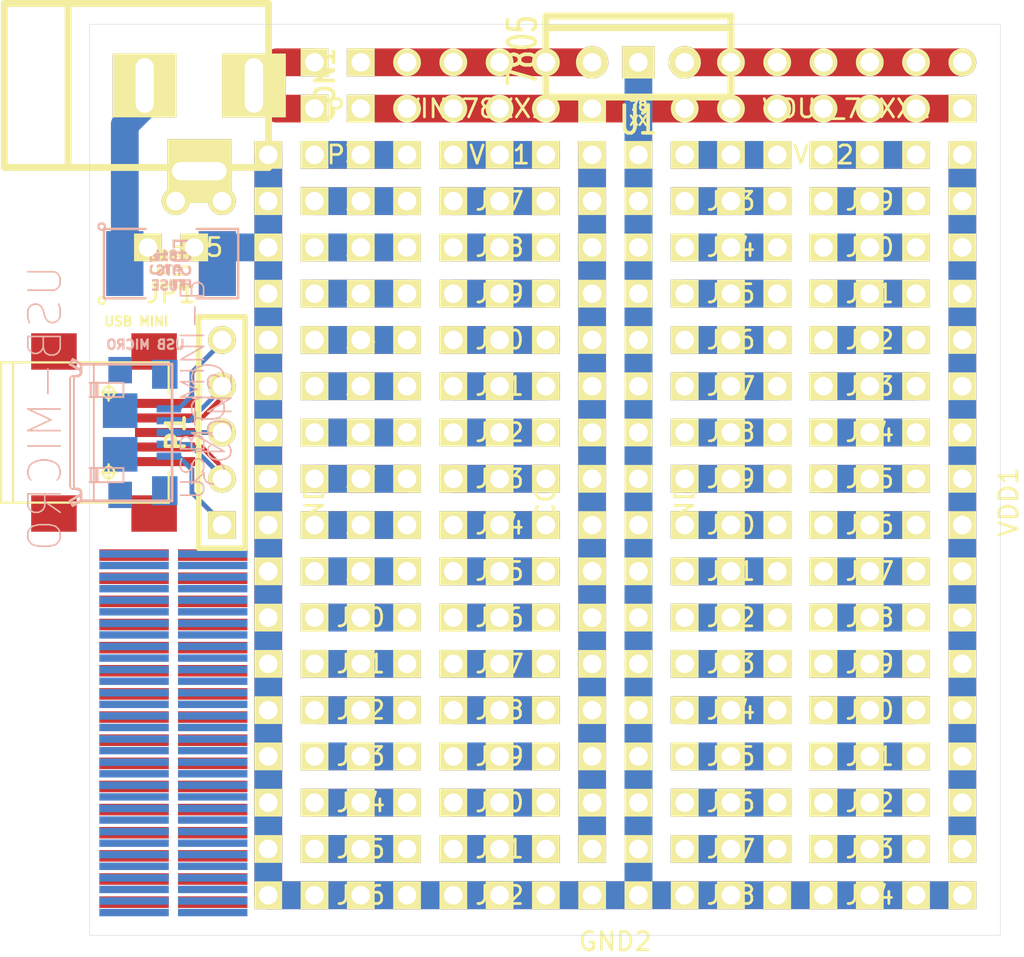
<source format=kicad_pcb>
(kicad_pcb (version 3) (host pcbnew "(2013-may-18)-stable")

  (general
    (links 239)
    (no_connects 89)
    (area 24.391619 18.53692 80.839 73.219)
    (thickness 1.6)
    (drawings 9)
    (tracks 251)
    (zones 0)
    (modules 90)
    (nets 79)
  )

  (page A3)
  (layers
    (15 F.Cu signal)
    (0 B.Cu signal)
    (16 B.Adhes user)
    (17 F.Adhes user)
    (18 B.Paste user)
    (19 F.Paste user)
    (20 B.SilkS user)
    (21 F.SilkS user)
    (22 B.Mask user)
    (23 F.Mask user)
    (24 Dwgs.User user)
    (25 Cmts.User user)
    (26 Eco1.User user)
    (27 Eco2.User user)
    (28 Edge.Cuts user)
  )

  (setup
    (last_trace_width 0.254)
    (trace_clearance 0.254)
    (zone_clearance 0.508)
    (zone_45_only no)
    (trace_min 0.254)
    (segment_width 0.2)
    (edge_width 0.0254)
    (via_size 0.889)
    (via_drill 0.635)
    (via_min_size 0.889)
    (via_min_drill 0.508)
    (uvia_size 0.508)
    (uvia_drill 0.127)
    (uvias_allowed no)
    (uvia_min_size 0.508)
    (uvia_min_drill 0.127)
    (pcb_text_width 0.3)
    (pcb_text_size 1 1)
    (mod_edge_width 0.15)
    (mod_text_size 1 1)
    (mod_text_width 0.15)
    (pad_size 1.778 1.778)
    (pad_drill 1.016)
    (pad_to_mask_clearance 0)
    (aux_axis_origin 0 0)
    (visible_elements FFFFFE8F)
    (pcbplotparams
      (layerselection 284196865)
      (usegerberextensions true)
      (excludeedgelayer false)
      (linewidth 0.150000)
      (plotframeref false)
      (viasonmask false)
      (mode 1)
      (useauxorigin false)
      (hpglpennumber 1)
      (hpglpenspeed 20)
      (hpglpendiameter 15)
      (hpglpenoverlay 2)
      (psnegative false)
      (psa4output false)
      (plotreference false)
      (plotvalue false)
      (plotothertext true)
      (plotinvisibletext false)
      (padsonsilk false)
      (subtractmaskfromsilk false)
      (outputformat 1)
      (mirror false)
      (drillshape 0)
      (scaleselection 1)
      (outputdirectory 5x5_protoboard_v1/))
  )

  (net 0 "")
  (net 1 N-000001)
  (net 2 N-0000010)
  (net 3 N-0000011)
  (net 4 N-0000015)
  (net 5 N-0000016)
  (net 6 N-0000017)
  (net 7 N-0000018)
  (net 8 N-0000019)
  (net 9 N-000002)
  (net 10 N-0000020)
  (net 11 N-0000021)
  (net 12 N-0000022)
  (net 13 N-0000023)
  (net 14 N-0000024)
  (net 15 N-0000025)
  (net 16 N-0000026)
  (net 17 N-0000027)
  (net 18 N-0000028)
  (net 19 N-0000029)
  (net 20 N-000003)
  (net 21 N-0000030)
  (net 22 N-0000031)
  (net 23 N-0000032)
  (net 24 N-0000033)
  (net 25 N-0000034)
  (net 26 N-0000035)
  (net 27 N-0000036)
  (net 28 N-0000037)
  (net 29 N-0000038)
  (net 30 N-0000039)
  (net 31 N-0000040)
  (net 32 N-0000041)
  (net 33 N-0000042)
  (net 34 N-0000043)
  (net 35 N-0000044)
  (net 36 N-0000045)
  (net 37 N-0000046)
  (net 38 N-0000047)
  (net 39 N-0000048)
  (net 40 N-0000049)
  (net 41 N-0000050)
  (net 42 N-0000051)
  (net 43 N-0000052)
  (net 44 N-0000053)
  (net 45 N-0000054)
  (net 46 N-0000055)
  (net 47 N-0000056)
  (net 48 N-0000057)
  (net 49 N-0000058)
  (net 50 N-0000059)
  (net 51 N-0000060)
  (net 52 N-0000061)
  (net 53 N-0000062)
  (net 54 N-0000063)
  (net 55 N-0000064)
  (net 56 N-0000065)
  (net 57 N-0000066)
  (net 58 N-0000067)
  (net 59 N-0000068)
  (net 60 N-0000069)
  (net 61 N-0000070)
  (net 62 N-0000071)
  (net 63 N-0000072)
  (net 64 N-0000073)
  (net 65 N-0000074)
  (net 66 N-0000075)
  (net 67 N-0000076)
  (net 68 N-0000077)
  (net 69 N-0000078)
  (net 70 N-0000079)
  (net 71 N-0000080)
  (net 72 N-0000081)
  (net 73 N-0000082)
  (net 74 N-0000083)
  (net 75 N-0000084)
  (net 76 N-0000085)
  (net 77 N-0000086)
  (net 78 N-000009)

  (net_class Default "This is the default net class."
    (clearance 0.254)
    (trace_width 0.254)
    (via_dia 0.889)
    (via_drill 0.635)
    (uvia_dia 0.508)
    (uvia_drill 0.127)
    (add_net "")
    (add_net N-000001)
    (add_net N-0000010)
    (add_net N-0000011)
    (add_net N-000002)
    (add_net N-000003)
  )

  (net_class Power ""
    (clearance 0.254)
    (trace_width 1.524)
    (via_dia 0.889)
    (via_drill 0.635)
    (uvia_dia 0.508)
    (uvia_drill 0.127)
    (add_net N-0000015)
    (add_net N-0000016)
    (add_net N-0000017)
    (add_net N-0000018)
    (add_net N-0000019)
    (add_net N-0000020)
    (add_net N-0000021)
    (add_net N-0000022)
    (add_net N-0000023)
    (add_net N-0000024)
    (add_net N-0000025)
    (add_net N-0000026)
    (add_net N-0000027)
    (add_net N-0000028)
    (add_net N-0000029)
    (add_net N-0000030)
    (add_net N-0000031)
    (add_net N-0000032)
    (add_net N-0000033)
    (add_net N-0000034)
    (add_net N-0000035)
    (add_net N-0000036)
    (add_net N-0000037)
    (add_net N-0000038)
    (add_net N-0000039)
    (add_net N-0000040)
    (add_net N-0000041)
    (add_net N-0000042)
    (add_net N-0000043)
    (add_net N-0000044)
    (add_net N-0000045)
    (add_net N-0000046)
    (add_net N-0000047)
    (add_net N-0000048)
    (add_net N-0000049)
    (add_net N-0000050)
    (add_net N-0000051)
    (add_net N-0000052)
    (add_net N-0000053)
    (add_net N-0000054)
    (add_net N-0000055)
    (add_net N-0000056)
    (add_net N-0000057)
    (add_net N-0000058)
    (add_net N-0000059)
    (add_net N-0000060)
    (add_net N-0000061)
    (add_net N-0000062)
    (add_net N-0000063)
    (add_net N-0000064)
    (add_net N-0000065)
    (add_net N-0000066)
    (add_net N-0000067)
    (add_net N-0000068)
    (add_net N-0000069)
    (add_net N-0000070)
    (add_net N-0000071)
    (add_net N-0000072)
    (add_net N-0000073)
    (add_net N-0000074)
    (add_net N-0000075)
    (add_net N-0000076)
    (add_net N-0000077)
    (add_net N-0000078)
    (add_net N-0000079)
    (add_net N-0000080)
    (add_net N-0000081)
    (add_net N-0000082)
    (add_net N-0000083)
    (add_net N-0000084)
    (add_net N-0000085)
    (add_net N-0000086)
    (add_net N-000009)
  )

  (module TO220_VERT (layer F.Cu) (tedit 53DEE1DB) (tstamp 53DD4067)
    (at 59.69 24.13 90)
    (descr "Regulateur TO220 serie LM78xx")
    (tags "TR TO220")
    (path /53DD4187)
    (fp_text reference U1 (at -3.175 0 180) (layer F.SilkS)
      (effects (font (size 1.524 1.016) (thickness 0.2032)))
    )
    (fp_text value 7805 (at 0.635 -6.35 90) (layer F.SilkS)
      (effects (font (size 1.524 1.016) (thickness 0.2032)))
    )
    (fp_line (start 1.905 -5.08) (end 2.54 -5.08) (layer F.SilkS) (width 0.381))
    (fp_line (start 2.54 -5.08) (end 2.54 5.08) (layer F.SilkS) (width 0.381))
    (fp_line (start 2.54 5.08) (end 1.905 5.08) (layer F.SilkS) (width 0.381))
    (fp_line (start -1.905 -5.08) (end 1.905 -5.08) (layer F.SilkS) (width 0.381))
    (fp_line (start 1.905 -5.08) (end 1.905 5.08) (layer F.SilkS) (width 0.381))
    (fp_line (start 1.905 5.08) (end -1.905 5.08) (layer F.SilkS) (width 0.381))
    (fp_line (start -1.905 5.08) (end -1.905 -5.08) (layer F.SilkS) (width 0.381))
    (pad 1 thru_hole circle (at 0 -2.54 90) (size 1.778 1.778) (drill 1.016)
      (layers *.Cu *.Mask F.SilkS)
      (net 47 N-0000056)
    )
    (pad 2 thru_hole rect (at 0 0 90) (size 1.778 1.778) (drill 1.016)
      (layers *.Cu *.Mask F.SilkS)
      (net 75 N-0000084)
    )
    (pad 3 thru_hole circle (at 0 2.54 90) (size 1.778 1.778) (drill 1.016)
      (layers *.Cu *.Mask F.SilkS)
      (net 50 N-0000059)
    )
  )

  (module PINS_RECT_3X1 (layer F.Cu) (tedit 53DD2778) (tstamp 53DD3AFD)
    (at 44.45 46.99)
    (path /53DD3A59)
    (fp_text reference J8 (at 0 2.54) (layer F.SilkS)
      (effects (font (size 1 1) (thickness 0.15)))
    )
    (fp_text value PINS_3X1 (at 0 -2.54) (layer F.SilkS) hide
      (effects (font (size 1 1) (thickness 0.15)))
    )
    (pad 1 thru_hole rect (at -2.54 0) (size 1.524 1.524) (drill 1.016)
      (layers *.Cu *.Mask F.SilkS)
      (net 26 N-0000035)
    )
    (pad 2 thru_hole rect (at 0 0) (size 1.524 1.524) (drill 1.016)
      (layers *.Cu *.Mask F.SilkS)
      (net 26 N-0000035)
    )
    (pad 3 thru_hole rect (at 2.54 0) (size 1.524 1.524) (drill 1.016)
      (layers *.Cu *.Mask F.SilkS)
      (net 26 N-0000035)
    )
  )

  (module PINS_RECT_3X1 (layer F.Cu) (tedit 53DD2778) (tstamp 53DD3AF6)
    (at 44.45 49.53)
    (path /53DD3AE9)
    (fp_text reference J9 (at 0 2.54) (layer F.SilkS)
      (effects (font (size 1 1) (thickness 0.15)))
    )
    (fp_text value PINS_3X1 (at 0 -2.54) (layer F.SilkS) hide
      (effects (font (size 1 1) (thickness 0.15)))
    )
    (pad 1 thru_hole rect (at -2.54 0) (size 1.524 1.524) (drill 1.016)
      (layers *.Cu *.Mask F.SilkS)
      (net 31 N-0000040)
    )
    (pad 2 thru_hole rect (at 0 0) (size 1.524 1.524) (drill 1.016)
      (layers *.Cu *.Mask F.SilkS)
      (net 31 N-0000040)
    )
    (pad 3 thru_hole rect (at 2.54 0) (size 1.524 1.524) (drill 1.016)
      (layers *.Cu *.Mask F.SilkS)
      (net 31 N-0000040)
    )
  )

  (module PINS_RECT_3X1 (layer F.Cu) (tedit 53DD2778) (tstamp 53DD3AEF)
    (at 52.07 49.53)
    (path /53DD3AF1)
    (fp_text reference J25 (at 0 2.54) (layer F.SilkS)
      (effects (font (size 1 1) (thickness 0.15)))
    )
    (fp_text value PINS_3X1 (at 0 -2.54) (layer F.SilkS) hide
      (effects (font (size 1 1) (thickness 0.15)))
    )
    (pad 1 thru_hole rect (at -2.54 0) (size 1.524 1.524) (drill 1.016)
      (layers *.Cu *.Mask F.SilkS)
      (net 22 N-0000031)
    )
    (pad 2 thru_hole rect (at 0 0) (size 1.524 1.524) (drill 1.016)
      (layers *.Cu *.Mask F.SilkS)
      (net 22 N-0000031)
    )
    (pad 3 thru_hole rect (at 2.54 0) (size 1.524 1.524) (drill 1.016)
      (layers *.Cu *.Mask F.SilkS)
      (net 22 N-0000031)
    )
  )

  (module PINS_RECT_3X1 (layer F.Cu) (tedit 53DD2778) (tstamp 53DD3CF3)
    (at 44.45 52.07)
    (path /53DD3AF9)
    (fp_text reference J10 (at 0 2.54) (layer F.SilkS)
      (effects (font (size 1 1) (thickness 0.15)))
    )
    (fp_text value PINS_3X1 (at 0 -2.54) (layer F.SilkS) hide
      (effects (font (size 1 1) (thickness 0.15)))
    )
    (pad 1 thru_hole rect (at -2.54 0) (size 1.524 1.524) (drill 1.016)
      (layers *.Cu *.Mask F.SilkS)
      (net 18 N-0000028)
    )
    (pad 2 thru_hole rect (at 0 0) (size 1.524 1.524) (drill 1.016)
      (layers *.Cu *.Mask F.SilkS)
      (net 18 N-0000028)
    )
    (pad 3 thru_hole rect (at 2.54 0) (size 1.524 1.524) (drill 1.016)
      (layers *.Cu *.Mask F.SilkS)
      (net 18 N-0000028)
    )
  )

  (module PINS_RECT_3X1 (layer F.Cu) (tedit 53DD2778) (tstamp 53DD3AE1)
    (at 52.07 52.07)
    (path /53DD3B01)
    (fp_text reference J26 (at 0 2.54) (layer F.SilkS)
      (effects (font (size 1 1) (thickness 0.15)))
    )
    (fp_text value PINS_3X1 (at 0 -2.54) (layer F.SilkS) hide
      (effects (font (size 1 1) (thickness 0.15)))
    )
    (pad 1 thru_hole rect (at -2.54 0) (size 1.524 1.524) (drill 1.016)
      (layers *.Cu *.Mask F.SilkS)
      (net 19 N-0000029)
    )
    (pad 2 thru_hole rect (at 0 0) (size 1.524 1.524) (drill 1.016)
      (layers *.Cu *.Mask F.SilkS)
      (net 19 N-0000029)
    )
    (pad 3 thru_hole rect (at 2.54 0) (size 1.524 1.524) (drill 1.016)
      (layers *.Cu *.Mask F.SilkS)
      (net 19 N-0000029)
    )
  )

  (module PINS_RECT_3X1 (layer F.Cu) (tedit 53DD2778) (tstamp 53DD3CEB)
    (at 44.45 54.61)
    (path /53DD3B09)
    (fp_text reference J11 (at 0 2.54) (layer F.SilkS)
      (effects (font (size 1 1) (thickness 0.15)))
    )
    (fp_text value PINS_3X1 (at 0 -2.54) (layer F.SilkS) hide
      (effects (font (size 1 1) (thickness 0.15)))
    )
    (pad 1 thru_hole rect (at -2.54 0) (size 1.524 1.524) (drill 1.016)
      (layers *.Cu *.Mask F.SilkS)
      (net 21 N-0000030)
    )
    (pad 2 thru_hole rect (at 0 0) (size 1.524 1.524) (drill 1.016)
      (layers *.Cu *.Mask F.SilkS)
      (net 21 N-0000030)
    )
    (pad 3 thru_hole rect (at 2.54 0) (size 1.524 1.524) (drill 1.016)
      (layers *.Cu *.Mask F.SilkS)
      (net 21 N-0000030)
    )
  )

  (module PINS_RECT_3X1 (layer F.Cu) (tedit 53DD2778) (tstamp 53DD3AD3)
    (at 52.07 54.61)
    (path /53DD3B11)
    (fp_text reference J27 (at 0 2.54) (layer F.SilkS)
      (effects (font (size 1 1) (thickness 0.15)))
    )
    (fp_text value PINS_3X1 (at 0 -2.54) (layer F.SilkS) hide
      (effects (font (size 1 1) (thickness 0.15)))
    )
    (pad 1 thru_hole rect (at -2.54 0) (size 1.524 1.524) (drill 1.016)
      (layers *.Cu *.Mask F.SilkS)
      (net 23 N-0000032)
    )
    (pad 2 thru_hole rect (at 0 0) (size 1.524 1.524) (drill 1.016)
      (layers *.Cu *.Mask F.SilkS)
      (net 23 N-0000032)
    )
    (pad 3 thru_hole rect (at 2.54 0) (size 1.524 1.524) (drill 1.016)
      (layers *.Cu *.Mask F.SilkS)
      (net 23 N-0000032)
    )
  )

  (module PINS_RECT_3X1 (layer F.Cu) (tedit 53DD2778) (tstamp 53DD3ACC)
    (at 44.45 57.15)
    (path /53DD3B19)
    (fp_text reference J12 (at 0 2.54) (layer F.SilkS)
      (effects (font (size 1 1) (thickness 0.15)))
    )
    (fp_text value PINS_3X1 (at 0 -2.54) (layer F.SilkS) hide
      (effects (font (size 1 1) (thickness 0.15)))
    )
    (pad 1 thru_hole rect (at -2.54 0) (size 1.524 1.524) (drill 1.016)
      (layers *.Cu *.Mask F.SilkS)
      (net 24 N-0000033)
    )
    (pad 2 thru_hole rect (at 0 0) (size 1.524 1.524) (drill 1.016)
      (layers *.Cu *.Mask F.SilkS)
      (net 24 N-0000033)
    )
    (pad 3 thru_hole rect (at 2.54 0) (size 1.524 1.524) (drill 1.016)
      (layers *.Cu *.Mask F.SilkS)
      (net 24 N-0000033)
    )
  )

  (module PINS_RECT_3X1 (layer F.Cu) (tedit 53DD2778) (tstamp 53DD3AC5)
    (at 52.07 57.15)
    (path /53DD3B21)
    (fp_text reference J28 (at 0 2.54) (layer F.SilkS)
      (effects (font (size 1 1) (thickness 0.15)))
    )
    (fp_text value PINS_3X1 (at 0 -2.54) (layer F.SilkS) hide
      (effects (font (size 1 1) (thickness 0.15)))
    )
    (pad 1 thru_hole rect (at -2.54 0) (size 1.524 1.524) (drill 1.016)
      (layers *.Cu *.Mask F.SilkS)
      (net 25 N-0000034)
    )
    (pad 2 thru_hole rect (at 0 0) (size 1.524 1.524) (drill 1.016)
      (layers *.Cu *.Mask F.SilkS)
      (net 25 N-0000034)
    )
    (pad 3 thru_hole rect (at 2.54 0) (size 1.524 1.524) (drill 1.016)
      (layers *.Cu *.Mask F.SilkS)
      (net 25 N-0000034)
    )
  )

  (module PINS_RECT_3X1 (layer F.Cu) (tedit 53DD2778) (tstamp 53DD3ABE)
    (at 44.45 59.69)
    (path /53DD3B29)
    (fp_text reference J13 (at 0 2.54) (layer F.SilkS)
      (effects (font (size 1 1) (thickness 0.15)))
    )
    (fp_text value PINS_3X1 (at 0 -2.54) (layer F.SilkS) hide
      (effects (font (size 1 1) (thickness 0.15)))
    )
    (pad 1 thru_hole rect (at -2.54 0) (size 1.524 1.524) (drill 1.016)
      (layers *.Cu *.Mask F.SilkS)
      (net 58 N-0000067)
    )
    (pad 2 thru_hole rect (at 0 0) (size 1.524 1.524) (drill 1.016)
      (layers *.Cu *.Mask F.SilkS)
      (net 58 N-0000067)
    )
    (pad 3 thru_hole rect (at 2.54 0) (size 1.524 1.524) (drill 1.016)
      (layers *.Cu *.Mask F.SilkS)
      (net 58 N-0000067)
    )
  )

  (module PINS_RECT_3X1 (layer F.Cu) (tedit 53DD2778) (tstamp 53DD3AB7)
    (at 52.07 59.69)
    (path /53DD3B31)
    (fp_text reference J29 (at 0 2.54) (layer F.SilkS)
      (effects (font (size 1 1) (thickness 0.15)))
    )
    (fp_text value PINS_3X1 (at 0 -2.54) (layer F.SilkS) hide
      (effects (font (size 1 1) (thickness 0.15)))
    )
    (pad 1 thru_hole rect (at -2.54 0) (size 1.524 1.524) (drill 1.016)
      (layers *.Cu *.Mask F.SilkS)
      (net 59 N-0000068)
    )
    (pad 2 thru_hole rect (at 0 0) (size 1.524 1.524) (drill 1.016)
      (layers *.Cu *.Mask F.SilkS)
      (net 59 N-0000068)
    )
    (pad 3 thru_hole rect (at 2.54 0) (size 1.524 1.524) (drill 1.016)
      (layers *.Cu *.Mask F.SilkS)
      (net 59 N-0000068)
    )
  )

  (module PINS_RECT_3X1 (layer F.Cu) (tedit 53DD2778) (tstamp 53DD3AB0)
    (at 44.45 62.23)
    (path /53DD3B39)
    (fp_text reference J14 (at 0 2.54) (layer F.SilkS)
      (effects (font (size 1 1) (thickness 0.15)))
    )
    (fp_text value PINS_3X1 (at 0 -2.54) (layer F.SilkS) hide
      (effects (font (size 1 1) (thickness 0.15)))
    )
    (pad 1 thru_hole rect (at -2.54 0) (size 1.524 1.524) (drill 1.016)
      (layers *.Cu *.Mask F.SilkS)
      (net 60 N-0000069)
    )
    (pad 2 thru_hole rect (at 0 0) (size 1.524 1.524) (drill 1.016)
      (layers *.Cu *.Mask F.SilkS)
      (net 60 N-0000069)
    )
    (pad 3 thru_hole rect (at 2.54 0) (size 1.524 1.524) (drill 1.016)
      (layers *.Cu *.Mask F.SilkS)
      (net 60 N-0000069)
    )
  )

  (module PINS_RECT_3X1 (layer F.Cu) (tedit 53DD2778) (tstamp 53DD3AA9)
    (at 52.07 62.23)
    (path /53DD3B41)
    (fp_text reference J30 (at 0 2.54) (layer F.SilkS)
      (effects (font (size 1 1) (thickness 0.15)))
    )
    (fp_text value PINS_3X1 (at 0 -2.54) (layer F.SilkS) hide
      (effects (font (size 1 1) (thickness 0.15)))
    )
    (pad 1 thru_hole rect (at -2.54 0) (size 1.524 1.524) (drill 1.016)
      (layers *.Cu *.Mask F.SilkS)
      (net 62 N-0000071)
    )
    (pad 2 thru_hole rect (at 0 0) (size 1.524 1.524) (drill 1.016)
      (layers *.Cu *.Mask F.SilkS)
      (net 62 N-0000071)
    )
    (pad 3 thru_hole rect (at 2.54 0) (size 1.524 1.524) (drill 1.016)
      (layers *.Cu *.Mask F.SilkS)
      (net 62 N-0000071)
    )
  )

  (module PINS_RECT_3X1 (layer F.Cu) (tedit 53DD2778) (tstamp 53DD3AA2)
    (at 52.07 46.99)
    (path /53DD3A61)
    (fp_text reference J24 (at 0 2.54) (layer F.SilkS)
      (effects (font (size 1 1) (thickness 0.15)))
    )
    (fp_text value PINS_3X1 (at 0 -2.54) (layer F.SilkS) hide
      (effects (font (size 1 1) (thickness 0.15)))
    )
    (pad 1 thru_hole rect (at -2.54 0) (size 1.524 1.524) (drill 1.016)
      (layers *.Cu *.Mask F.SilkS)
      (net 30 N-0000039)
    )
    (pad 2 thru_hole rect (at 0 0) (size 1.524 1.524) (drill 1.016)
      (layers *.Cu *.Mask F.SilkS)
      (net 30 N-0000039)
    )
    (pad 3 thru_hole rect (at 2.54 0) (size 1.524 1.524) (drill 1.016)
      (layers *.Cu *.Mask F.SilkS)
      (net 30 N-0000039)
    )
  )

  (module PINS_RECT_3X1 (layer F.Cu) (tedit 53DD2778) (tstamp 53DD3A9B)
    (at 52.07 44.45)
    (path /53DD3A51)
    (fp_text reference J23 (at 0 2.54) (layer F.SilkS)
      (effects (font (size 1 1) (thickness 0.15)))
    )
    (fp_text value PINS_3X1 (at 0 -2.54) (layer F.SilkS) hide
      (effects (font (size 1 1) (thickness 0.15)))
    )
    (pad 1 thru_hole rect (at -2.54 0) (size 1.524 1.524) (drill 1.016)
      (layers *.Cu *.Mask F.SilkS)
      (net 29 N-0000038)
    )
    (pad 2 thru_hole rect (at 0 0) (size 1.524 1.524) (drill 1.016)
      (layers *.Cu *.Mask F.SilkS)
      (net 29 N-0000038)
    )
    (pad 3 thru_hole rect (at 2.54 0) (size 1.524 1.524) (drill 1.016)
      (layers *.Cu *.Mask F.SilkS)
      (net 29 N-0000038)
    )
  )

  (module PINS_RECT_3X1 (layer F.Cu) (tedit 53DD2778) (tstamp 53DD3A94)
    (at 44.45 44.45)
    (path /53DD3A49)
    (fp_text reference J7 (at 0 2.54) (layer F.SilkS)
      (effects (font (size 1 1) (thickness 0.15)))
    )
    (fp_text value PINS_3X1 (at 0 -2.54) (layer F.SilkS) hide
      (effects (font (size 1 1) (thickness 0.15)))
    )
    (pad 1 thru_hole rect (at -2.54 0) (size 1.524 1.524) (drill 1.016)
      (layers *.Cu *.Mask F.SilkS)
      (net 28 N-0000037)
    )
    (pad 2 thru_hole rect (at 0 0) (size 1.524 1.524) (drill 1.016)
      (layers *.Cu *.Mask F.SilkS)
      (net 28 N-0000037)
    )
    (pad 3 thru_hole rect (at 2.54 0) (size 1.524 1.524) (drill 1.016)
      (layers *.Cu *.Mask F.SilkS)
      (net 28 N-0000037)
    )
  )

  (module PINS_RECT_3X1 (layer F.Cu) (tedit 53DD2778) (tstamp 53DD3A8D)
    (at 52.07 41.91)
    (path /53DD3A41)
    (fp_text reference J22 (at 0 2.54) (layer F.SilkS)
      (effects (font (size 1 1) (thickness 0.15)))
    )
    (fp_text value PINS_3X1 (at 0 -2.54) (layer F.SilkS) hide
      (effects (font (size 1 1) (thickness 0.15)))
    )
    (pad 1 thru_hole rect (at -2.54 0) (size 1.524 1.524) (drill 1.016)
      (layers *.Cu *.Mask F.SilkS)
      (net 27 N-0000036)
    )
    (pad 2 thru_hole rect (at 0 0) (size 1.524 1.524) (drill 1.016)
      (layers *.Cu *.Mask F.SilkS)
      (net 27 N-0000036)
    )
    (pad 3 thru_hole rect (at 2.54 0) (size 1.524 1.524) (drill 1.016)
      (layers *.Cu *.Mask F.SilkS)
      (net 27 N-0000036)
    )
  )

  (module PINS_RECT_3X1 (layer F.Cu) (tedit 53DD2778) (tstamp 53DD3A86)
    (at 44.45 41.91)
    (path /53DD3A39)
    (fp_text reference J6 (at 0 2.54) (layer F.SilkS)
      (effects (font (size 1 1) (thickness 0.15)))
    )
    (fp_text value PINS_3X1 (at 0 -2.54) (layer F.SilkS) hide
      (effects (font (size 1 1) (thickness 0.15)))
    )
    (pad 1 thru_hole rect (at -2.54 0) (size 1.524 1.524) (drill 1.016)
      (layers *.Cu *.Mask F.SilkS)
      (net 12 N-0000022)
    )
    (pad 2 thru_hole rect (at 0 0) (size 1.524 1.524) (drill 1.016)
      (layers *.Cu *.Mask F.SilkS)
      (net 12 N-0000022)
    )
    (pad 3 thru_hole rect (at 2.54 0) (size 1.524 1.524) (drill 1.016)
      (layers *.Cu *.Mask F.SilkS)
      (net 12 N-0000022)
    )
  )

  (module PINS_RECT_3X1 (layer F.Cu) (tedit 53DD2778) (tstamp 53DD3A7F)
    (at 52.07 39.37)
    (path /53DD3A31)
    (fp_text reference J21 (at 0 2.54) (layer F.SilkS)
      (effects (font (size 1 1) (thickness 0.15)))
    )
    (fp_text value PINS_3X1 (at 0 -2.54) (layer F.SilkS) hide
      (effects (font (size 1 1) (thickness 0.15)))
    )
    (pad 1 thru_hole rect (at -2.54 0) (size 1.524 1.524) (drill 1.016)
      (layers *.Cu *.Mask F.SilkS)
      (net 11 N-0000021)
    )
    (pad 2 thru_hole rect (at 0 0) (size 1.524 1.524) (drill 1.016)
      (layers *.Cu *.Mask F.SilkS)
      (net 11 N-0000021)
    )
    (pad 3 thru_hole rect (at 2.54 0) (size 1.524 1.524) (drill 1.016)
      (layers *.Cu *.Mask F.SilkS)
      (net 11 N-0000021)
    )
  )

  (module PINS_RECT_3X1 (layer F.Cu) (tedit 53DD2778) (tstamp 53DD3A78)
    (at 44.45 39.37)
    (path /53DD3A29)
    (fp_text reference J5 (at 0 2.54) (layer F.SilkS)
      (effects (font (size 1 1) (thickness 0.15)))
    )
    (fp_text value PINS_3X1 (at 0 -2.54) (layer F.SilkS) hide
      (effects (font (size 1 1) (thickness 0.15)))
    )
    (pad 1 thru_hole rect (at -2.54 0) (size 1.524 1.524) (drill 1.016)
      (layers *.Cu *.Mask F.SilkS)
      (net 10 N-0000020)
    )
    (pad 2 thru_hole rect (at 0 0) (size 1.524 1.524) (drill 1.016)
      (layers *.Cu *.Mask F.SilkS)
      (net 10 N-0000020)
    )
    (pad 3 thru_hole rect (at 2.54 0) (size 1.524 1.524) (drill 1.016)
      (layers *.Cu *.Mask F.SilkS)
      (net 10 N-0000020)
    )
  )

  (module PINS_RECT_3X1 (layer F.Cu) (tedit 53DD2778) (tstamp 53DD3A71)
    (at 52.07 36.83)
    (path /53DD3A21)
    (fp_text reference J20 (at 0 2.54) (layer F.SilkS)
      (effects (font (size 1 1) (thickness 0.15)))
    )
    (fp_text value PINS_3X1 (at 0 -2.54) (layer F.SilkS) hide
      (effects (font (size 1 1) (thickness 0.15)))
    )
    (pad 1 thru_hole rect (at -2.54 0) (size 1.524 1.524) (drill 1.016)
      (layers *.Cu *.Mask F.SilkS)
      (net 8 N-0000019)
    )
    (pad 2 thru_hole rect (at 0 0) (size 1.524 1.524) (drill 1.016)
      (layers *.Cu *.Mask F.SilkS)
      (net 8 N-0000019)
    )
    (pad 3 thru_hole rect (at 2.54 0) (size 1.524 1.524) (drill 1.016)
      (layers *.Cu *.Mask F.SilkS)
      (net 8 N-0000019)
    )
  )

  (module PINS_RECT_3X1 (layer F.Cu) (tedit 53DD2778) (tstamp 53DD3A6A)
    (at 44.45 36.83)
    (path /53DD3A19)
    (fp_text reference J4 (at 0 2.54) (layer F.SilkS)
      (effects (font (size 1 1) (thickness 0.15)))
    )
    (fp_text value PINS_3X1 (at 0 -2.54) (layer F.SilkS) hide
      (effects (font (size 1 1) (thickness 0.15)))
    )
    (pad 1 thru_hole rect (at -2.54 0) (size 1.524 1.524) (drill 1.016)
      (layers *.Cu *.Mask F.SilkS)
      (net 7 N-0000018)
    )
    (pad 2 thru_hole rect (at 0 0) (size 1.524 1.524) (drill 1.016)
      (layers *.Cu *.Mask F.SilkS)
      (net 7 N-0000018)
    )
    (pad 3 thru_hole rect (at 2.54 0) (size 1.524 1.524) (drill 1.016)
      (layers *.Cu *.Mask F.SilkS)
      (net 7 N-0000018)
    )
  )

  (module PINS_RECT_3X1 (layer F.Cu) (tedit 53DD2778) (tstamp 53DD3A63)
    (at 52.07 34.29)
    (path /53DD3A11)
    (fp_text reference J19 (at 0 2.54) (layer F.SilkS)
      (effects (font (size 1 1) (thickness 0.15)))
    )
    (fp_text value PINS_3X1 (at 0 -2.54) (layer F.SilkS) hide
      (effects (font (size 1 1) (thickness 0.15)))
    )
    (pad 1 thru_hole rect (at -2.54 0) (size 1.524 1.524) (drill 1.016)
      (layers *.Cu *.Mask F.SilkS)
      (net 6 N-0000017)
    )
    (pad 2 thru_hole rect (at 0 0) (size 1.524 1.524) (drill 1.016)
      (layers *.Cu *.Mask F.SilkS)
      (net 6 N-0000017)
    )
    (pad 3 thru_hole rect (at 2.54 0) (size 1.524 1.524) (drill 1.016)
      (layers *.Cu *.Mask F.SilkS)
      (net 6 N-0000017)
    )
  )

  (module PINS_RECT_3X1 (layer F.Cu) (tedit 53DD2778) (tstamp 53DD3A5C)
    (at 44.45 34.29)
    (path /53DD3A09)
    (fp_text reference J3 (at 0 2.54) (layer F.SilkS)
      (effects (font (size 1 1) (thickness 0.15)))
    )
    (fp_text value PINS_3X1 (at 0 -2.54) (layer F.SilkS) hide
      (effects (font (size 1 1) (thickness 0.15)))
    )
    (pad 1 thru_hole rect (at -2.54 0) (size 1.524 1.524) (drill 1.016)
      (layers *.Cu *.Mask F.SilkS)
      (net 17 N-0000027)
    )
    (pad 2 thru_hole rect (at 0 0) (size 1.524 1.524) (drill 1.016)
      (layers *.Cu *.Mask F.SilkS)
      (net 17 N-0000027)
    )
    (pad 3 thru_hole rect (at 2.54 0) (size 1.524 1.524) (drill 1.016)
      (layers *.Cu *.Mask F.SilkS)
      (net 17 N-0000027)
    )
  )

  (module PINS_RECT_3X1 (layer F.Cu) (tedit 53DD2778) (tstamp 53DD3A55)
    (at 52.07 31.75)
    (path /53DD3A01)
    (fp_text reference J18 (at 0 2.54) (layer F.SilkS)
      (effects (font (size 1 1) (thickness 0.15)))
    )
    (fp_text value PINS_3X1 (at 0 -2.54) (layer F.SilkS) hide
      (effects (font (size 1 1) (thickness 0.15)))
    )
    (pad 1 thru_hole rect (at -2.54 0) (size 1.524 1.524) (drill 1.016)
      (layers *.Cu *.Mask F.SilkS)
      (net 16 N-0000026)
    )
    (pad 2 thru_hole rect (at 0 0) (size 1.524 1.524) (drill 1.016)
      (layers *.Cu *.Mask F.SilkS)
      (net 16 N-0000026)
    )
    (pad 3 thru_hole rect (at 2.54 0) (size 1.524 1.524) (drill 1.016)
      (layers *.Cu *.Mask F.SilkS)
      (net 16 N-0000026)
    )
  )

  (module PINS_RECT_3X1 (layer F.Cu) (tedit 53DD2778) (tstamp 53DD3A4E)
    (at 44.45 31.75)
    (path /53DD39F9)
    (fp_text reference J2 (at 0 2.54) (layer F.SilkS)
      (effects (font (size 1 1) (thickness 0.15)))
    )
    (fp_text value PINS_3X1 (at 0 -2.54) (layer F.SilkS) hide
      (effects (font (size 1 1) (thickness 0.15)))
    )
    (pad 1 thru_hole rect (at -2.54 0) (size 1.524 1.524) (drill 1.016)
      (layers *.Cu *.Mask F.SilkS)
      (net 15 N-0000025)
    )
    (pad 2 thru_hole rect (at 0 0) (size 1.524 1.524) (drill 1.016)
      (layers *.Cu *.Mask F.SilkS)
      (net 15 N-0000025)
    )
    (pad 3 thru_hole rect (at 2.54 0) (size 1.524 1.524) (drill 1.016)
      (layers *.Cu *.Mask F.SilkS)
      (net 15 N-0000025)
    )
  )

  (module PINS_RECT_3X1 (layer F.Cu) (tedit 53DD2778) (tstamp 53DD3A47)
    (at 52.07 29.21)
    (path /53DD39E1)
    (fp_text reference J17 (at 0 2.54) (layer F.SilkS)
      (effects (font (size 1 1) (thickness 0.15)))
    )
    (fp_text value PINS_3X1 (at 0 -2.54) (layer F.SilkS) hide
      (effects (font (size 1 1) (thickness 0.15)))
    )
    (pad 1 thru_hole rect (at -2.54 0) (size 1.524 1.524) (drill 1.016)
      (layers *.Cu *.Mask F.SilkS)
      (net 14 N-0000024)
    )
    (pad 2 thru_hole rect (at 0 0) (size 1.524 1.524) (drill 1.016)
      (layers *.Cu *.Mask F.SilkS)
      (net 14 N-0000024)
    )
    (pad 3 thru_hole rect (at 2.54 0) (size 1.524 1.524) (drill 1.016)
      (layers *.Cu *.Mask F.SilkS)
      (net 14 N-0000024)
    )
  )

  (module PINS_RECT_3X1 (layer F.Cu) (tedit 53DD2778) (tstamp 53DD3A40)
    (at 44.45 29.21)
    (path /53DD38F5)
    (fp_text reference J1 (at 0 2.54) (layer F.SilkS)
      (effects (font (size 1 1) (thickness 0.15)))
    )
    (fp_text value PINS_3X1 (at 0 -2.54) (layer F.SilkS) hide
      (effects (font (size 1 1) (thickness 0.15)))
    )
    (pad 1 thru_hole rect (at -2.54 0) (size 1.524 1.524) (drill 1.016)
      (layers *.Cu *.Mask F.SilkS)
      (net 13 N-0000023)
    )
    (pad 2 thru_hole rect (at 0 0) (size 1.524 1.524) (drill 1.016)
      (layers *.Cu *.Mask F.SilkS)
      (net 13 N-0000023)
    )
    (pad 3 thru_hole rect (at 2.54 0) (size 1.524 1.524) (drill 1.016)
      (layers *.Cu *.Mask F.SilkS)
      (net 13 N-0000023)
    )
  )

  (module PINS_RECT_3X1 (layer F.Cu) (tedit 53DD2778) (tstamp 53DD3A32)
    (at 44.45 64.77)
    (path /53DD3B49)
    (fp_text reference J15 (at 0 2.54) (layer F.SilkS)
      (effects (font (size 1 1) (thickness 0.15)))
    )
    (fp_text value PINS_3X1 (at 0 -2.54) (layer F.SilkS) hide
      (effects (font (size 1 1) (thickness 0.15)))
    )
    (pad 1 thru_hole rect (at -2.54 0) (size 1.524 1.524) (drill 1.016)
      (layers *.Cu *.Mask F.SilkS)
      (net 63 N-0000072)
    )
    (pad 2 thru_hole rect (at 0 0) (size 1.524 1.524) (drill 1.016)
      (layers *.Cu *.Mask F.SilkS)
      (net 63 N-0000072)
    )
    (pad 3 thru_hole rect (at 2.54 0) (size 1.524 1.524) (drill 1.016)
      (layers *.Cu *.Mask F.SilkS)
      (net 63 N-0000072)
    )
  )

  (module PINS_RECT_3X1 (layer F.Cu) (tedit 53DD2778) (tstamp 53DD3E32)
    (at 64.77 49.53)
    (path /53DD3BE9)
    (fp_text reference J41 (at 0 2.54) (layer F.SilkS)
      (effects (font (size 1 1) (thickness 0.15)))
    )
    (fp_text value PINS_3X1 (at 0 -2.54) (layer F.SilkS) hide
      (effects (font (size 1 1) (thickness 0.15)))
    )
    (pad 1 thru_hole rect (at -2.54 0) (size 1.524 1.524) (drill 1.016)
      (layers *.Cu *.Mask F.SilkS)
      (net 71 N-0000080)
    )
    (pad 2 thru_hole rect (at 0 0) (size 1.524 1.524) (drill 1.016)
      (layers *.Cu *.Mask F.SilkS)
      (net 71 N-0000080)
    )
    (pad 3 thru_hole rect (at 2.54 0) (size 1.524 1.524) (drill 1.016)
      (layers *.Cu *.Mask F.SilkS)
      (net 71 N-0000080)
    )
  )

  (module PINS_RECT_3X1 (layer F.Cu) (tedit 53DD2778) (tstamp 53DD3A24)
    (at 72.39 49.53)
    (path /53DD3BF1)
    (fp_text reference J57 (at 0 2.54) (layer F.SilkS)
      (effects (font (size 1 1) (thickness 0.15)))
    )
    (fp_text value PINS_3X1 (at 0 -2.54) (layer F.SilkS) hide
      (effects (font (size 1 1) (thickness 0.15)))
    )
    (pad 1 thru_hole rect (at -2.54 0) (size 1.524 1.524) (drill 1.016)
      (layers *.Cu *.Mask F.SilkS)
      (net 40 N-0000049)
    )
    (pad 2 thru_hole rect (at 0 0) (size 1.524 1.524) (drill 1.016)
      (layers *.Cu *.Mask F.SilkS)
      (net 40 N-0000049)
    )
    (pad 3 thru_hole rect (at 2.54 0) (size 1.524 1.524) (drill 1.016)
      (layers *.Cu *.Mask F.SilkS)
      (net 40 N-0000049)
    )
  )

  (module PINS_RECT_3X1 (layer F.Cu) (tedit 53DD2778) (tstamp 53DD3A1D)
    (at 64.77 52.07)
    (path /53DD3BF9)
    (fp_text reference J42 (at 0 2.54) (layer F.SilkS)
      (effects (font (size 1 1) (thickness 0.15)))
    )
    (fp_text value PINS_3X1 (at 0 -2.54) (layer F.SilkS) hide
      (effects (font (size 1 1) (thickness 0.15)))
    )
    (pad 1 thru_hole rect (at -2.54 0) (size 1.524 1.524) (drill 1.016)
      (layers *.Cu *.Mask F.SilkS)
      (net 41 N-0000050)
    )
    (pad 2 thru_hole rect (at 0 0) (size 1.524 1.524) (drill 1.016)
      (layers *.Cu *.Mask F.SilkS)
      (net 41 N-0000050)
    )
    (pad 3 thru_hole rect (at 2.54 0) (size 1.524 1.524) (drill 1.016)
      (layers *.Cu *.Mask F.SilkS)
      (net 41 N-0000050)
    )
  )

  (module PINS_RECT_3X1 (layer F.Cu) (tedit 53DD2778) (tstamp 53DD3A16)
    (at 72.39 52.07)
    (path /53DD3C01)
    (fp_text reference J58 (at 0 2.54) (layer F.SilkS)
      (effects (font (size 1 1) (thickness 0.15)))
    )
    (fp_text value PINS_3X1 (at 0 -2.54) (layer F.SilkS) hide
      (effects (font (size 1 1) (thickness 0.15)))
    )
    (pad 1 thru_hole rect (at -2.54 0) (size 1.524 1.524) (drill 1.016)
      (layers *.Cu *.Mask F.SilkS)
      (net 42 N-0000051)
    )
    (pad 2 thru_hole rect (at 0 0) (size 1.524 1.524) (drill 1.016)
      (layers *.Cu *.Mask F.SilkS)
      (net 42 N-0000051)
    )
    (pad 3 thru_hole rect (at 2.54 0) (size 1.524 1.524) (drill 1.016)
      (layers *.Cu *.Mask F.SilkS)
      (net 42 N-0000051)
    )
  )

  (module PINS_RECT_3X1 (layer F.Cu) (tedit 53DD2778) (tstamp 53DD3A0F)
    (at 64.77 54.61)
    (path /53DD3C09)
    (fp_text reference J43 (at 0 2.54) (layer F.SilkS)
      (effects (font (size 1 1) (thickness 0.15)))
    )
    (fp_text value PINS_3X1 (at 0 -2.54) (layer F.SilkS) hide
      (effects (font (size 1 1) (thickness 0.15)))
    )
    (pad 1 thru_hole rect (at -2.54 0) (size 1.524 1.524) (drill 1.016)
      (layers *.Cu *.Mask F.SilkS)
      (net 44 N-0000053)
    )
    (pad 2 thru_hole rect (at 0 0) (size 1.524 1.524) (drill 1.016)
      (layers *.Cu *.Mask F.SilkS)
      (net 44 N-0000053)
    )
    (pad 3 thru_hole rect (at 2.54 0) (size 1.524 1.524) (drill 1.016)
      (layers *.Cu *.Mask F.SilkS)
      (net 44 N-0000053)
    )
  )

  (module PINS_RECT_3X1 (layer F.Cu) (tedit 53DD2778) (tstamp 53DD3A08)
    (at 72.39 54.61)
    (path /53DD3C11)
    (fp_text reference J59 (at 0 2.54) (layer F.SilkS)
      (effects (font (size 1 1) (thickness 0.15)))
    )
    (fp_text value PINS_3X1 (at 0 -2.54) (layer F.SilkS) hide
      (effects (font (size 1 1) (thickness 0.15)))
    )
    (pad 1 thru_hole rect (at -2.54 0) (size 1.524 1.524) (drill 1.016)
      (layers *.Cu *.Mask F.SilkS)
      (net 45 N-0000054)
    )
    (pad 2 thru_hole rect (at 0 0) (size 1.524 1.524) (drill 1.016)
      (layers *.Cu *.Mask F.SilkS)
      (net 45 N-0000054)
    )
    (pad 3 thru_hole rect (at 2.54 0) (size 1.524 1.524) (drill 1.016)
      (layers *.Cu *.Mask F.SilkS)
      (net 45 N-0000054)
    )
  )

  (module PINS_RECT_3X1 (layer F.Cu) (tedit 53DD2778) (tstamp 53DD3A01)
    (at 64.77 57.15)
    (path /53DD3C19)
    (fp_text reference J44 (at 0 2.54) (layer F.SilkS)
      (effects (font (size 1 1) (thickness 0.15)))
    )
    (fp_text value PINS_3X1 (at 0 -2.54) (layer F.SilkS) hide
      (effects (font (size 1 1) (thickness 0.15)))
    )
    (pad 1 thru_hole rect (at -2.54 0) (size 1.524 1.524) (drill 1.016)
      (layers *.Cu *.Mask F.SilkS)
      (net 46 N-0000055)
    )
    (pad 2 thru_hole rect (at 0 0) (size 1.524 1.524) (drill 1.016)
      (layers *.Cu *.Mask F.SilkS)
      (net 46 N-0000055)
    )
    (pad 3 thru_hole rect (at 2.54 0) (size 1.524 1.524) (drill 1.016)
      (layers *.Cu *.Mask F.SilkS)
      (net 46 N-0000055)
    )
  )

  (module PINS_RECT_3X1 (layer F.Cu) (tedit 53DD2778) (tstamp 53DD39FA)
    (at 52.07 64.77)
    (path /53DD3B51)
    (fp_text reference J31 (at 0 2.54) (layer F.SilkS)
      (effects (font (size 1 1) (thickness 0.15)))
    )
    (fp_text value PINS_3X1 (at 0 -2.54) (layer F.SilkS) hide
      (effects (font (size 1 1) (thickness 0.15)))
    )
    (pad 1 thru_hole rect (at -2.54 0) (size 1.524 1.524) (drill 1.016)
      (layers *.Cu *.Mask F.SilkS)
      (net 64 N-0000073)
    )
    (pad 2 thru_hole rect (at 0 0) (size 1.524 1.524) (drill 1.016)
      (layers *.Cu *.Mask F.SilkS)
      (net 64 N-0000073)
    )
    (pad 3 thru_hole rect (at 2.54 0) (size 1.524 1.524) (drill 1.016)
      (layers *.Cu *.Mask F.SilkS)
      (net 64 N-0000073)
    )
  )

  (module PINS_RECT_3X1 (layer F.Cu) (tedit 53DD2778) (tstamp 53DD39F3)
    (at 64.77 59.69)
    (path /53DD3C29)
    (fp_text reference J45 (at 0 2.54) (layer F.SilkS)
      (effects (font (size 1 1) (thickness 0.15)))
    )
    (fp_text value PINS_3X1 (at 0 -2.54) (layer F.SilkS) hide
      (effects (font (size 1 1) (thickness 0.15)))
    )
    (pad 1 thru_hole rect (at -2.54 0) (size 1.524 1.524) (drill 1.016)
      (layers *.Cu *.Mask F.SilkS)
      (net 36 N-0000045)
    )
    (pad 2 thru_hole rect (at 0 0) (size 1.524 1.524) (drill 1.016)
      (layers *.Cu *.Mask F.SilkS)
      (net 36 N-0000045)
    )
    (pad 3 thru_hole rect (at 2.54 0) (size 1.524 1.524) (drill 1.016)
      (layers *.Cu *.Mask F.SilkS)
      (net 36 N-0000045)
    )
  )

  (module PINS_RECT_3X1 (layer F.Cu) (tedit 53DD2778) (tstamp 53DD39EC)
    (at 72.39 59.69)
    (path /53DD3C31)
    (fp_text reference J61 (at 0 2.54) (layer F.SilkS)
      (effects (font (size 1 1) (thickness 0.15)))
    )
    (fp_text value PINS_3X1 (at 0 -2.54) (layer F.SilkS) hide
      (effects (font (size 1 1) (thickness 0.15)))
    )
    (pad 1 thru_hole rect (at -2.54 0) (size 1.524 1.524) (drill 1.016)
      (layers *.Cu *.Mask F.SilkS)
      (net 37 N-0000046)
    )
    (pad 2 thru_hole rect (at 0 0) (size 1.524 1.524) (drill 1.016)
      (layers *.Cu *.Mask F.SilkS)
      (net 37 N-0000046)
    )
    (pad 3 thru_hole rect (at 2.54 0) (size 1.524 1.524) (drill 1.016)
      (layers *.Cu *.Mask F.SilkS)
      (net 37 N-0000046)
    )
  )

  (module PINS_RECT_3X1 (layer F.Cu) (tedit 53DD2778) (tstamp 53DD39E5)
    (at 64.77 62.23)
    (path /53DD3C39)
    (fp_text reference J46 (at 0 2.54) (layer F.SilkS)
      (effects (font (size 1 1) (thickness 0.15)))
    )
    (fp_text value PINS_3X1 (at 0 -2.54) (layer F.SilkS) hide
      (effects (font (size 1 1) (thickness 0.15)))
    )
    (pad 1 thru_hole rect (at -2.54 0) (size 1.524 1.524) (drill 1.016)
      (layers *.Cu *.Mask F.SilkS)
      (net 34 N-0000043)
    )
    (pad 2 thru_hole rect (at 0 0) (size 1.524 1.524) (drill 1.016)
      (layers *.Cu *.Mask F.SilkS)
      (net 34 N-0000043)
    )
    (pad 3 thru_hole rect (at 2.54 0) (size 1.524 1.524) (drill 1.016)
      (layers *.Cu *.Mask F.SilkS)
      (net 34 N-0000043)
    )
  )

  (module PINS_RECT_3X1 (layer F.Cu) (tedit 53DD2778) (tstamp 53DD39DE)
    (at 72.39 62.23)
    (path /53DD3C41)
    (fp_text reference J62 (at 0 2.54) (layer F.SilkS)
      (effects (font (size 1 1) (thickness 0.15)))
    )
    (fp_text value PINS_3X1 (at 0 -2.54) (layer F.SilkS) hide
      (effects (font (size 1 1) (thickness 0.15)))
    )
    (pad 1 thru_hole rect (at -2.54 0) (size 1.524 1.524) (drill 1.016)
      (layers *.Cu *.Mask F.SilkS)
      (net 38 N-0000047)
    )
    (pad 2 thru_hole rect (at 0 0) (size 1.524 1.524) (drill 1.016)
      (layers *.Cu *.Mask F.SilkS)
      (net 38 N-0000047)
    )
    (pad 3 thru_hole rect (at 2.54 0) (size 1.524 1.524) (drill 1.016)
      (layers *.Cu *.Mask F.SilkS)
      (net 38 N-0000047)
    )
  )

  (module PINS_RECT_3X1 (layer F.Cu) (tedit 53DD2778) (tstamp 53DD39D7)
    (at 64.77 64.77)
    (path /53DD3C49)
    (fp_text reference J47 (at 0 2.54) (layer F.SilkS)
      (effects (font (size 1 1) (thickness 0.15)))
    )
    (fp_text value PINS_3X1 (at 0 -2.54) (layer F.SilkS) hide
      (effects (font (size 1 1) (thickness 0.15)))
    )
    (pad 1 thru_hole rect (at -2.54 0) (size 1.524 1.524) (drill 1.016)
      (layers *.Cu *.Mask F.SilkS)
      (net 39 N-0000048)
    )
    (pad 2 thru_hole rect (at 0 0) (size 1.524 1.524) (drill 1.016)
      (layers *.Cu *.Mask F.SilkS)
      (net 39 N-0000048)
    )
    (pad 3 thru_hole rect (at 2.54 0) (size 1.524 1.524) (drill 1.016)
      (layers *.Cu *.Mask F.SilkS)
      (net 39 N-0000048)
    )
  )

  (module PINS_RECT_3X1 (layer F.Cu) (tedit 53DD2778) (tstamp 53DD39D0)
    (at 72.39 64.77)
    (path /53DD3C51)
    (fp_text reference J63 (at 0 2.54) (layer F.SilkS)
      (effects (font (size 1 1) (thickness 0.15)))
    )
    (fp_text value PINS_3X1 (at 0 -2.54) (layer F.SilkS) hide
      (effects (font (size 1 1) (thickness 0.15)))
    )
    (pad 1 thru_hole rect (at -2.54 0) (size 1.524 1.524) (drill 1.016)
      (layers *.Cu *.Mask F.SilkS)
      (net 43 N-0000052)
    )
    (pad 2 thru_hole rect (at 0 0) (size 1.524 1.524) (drill 1.016)
      (layers *.Cu *.Mask F.SilkS)
      (net 43 N-0000052)
    )
    (pad 3 thru_hole rect (at 2.54 0) (size 1.524 1.524) (drill 1.016)
      (layers *.Cu *.Mask F.SilkS)
      (net 43 N-0000052)
    )
  )

  (module PINS_RECT_3X1 (layer F.Cu) (tedit 53DD2778) (tstamp 53DD39C9)
    (at 64.77 67.31)
    (path /53DD3C59)
    (fp_text reference J48 (at 0 2.54) (layer F.SilkS)
      (effects (font (size 1 1) (thickness 0.15)))
    )
    (fp_text value PINS_3X1 (at 0 -2.54) (layer F.SilkS) hide
      (effects (font (size 1 1) (thickness 0.15)))
    )
    (pad 1 thru_hole rect (at -2.54 0) (size 1.524 1.524) (drill 1.016)
      (layers *.Cu *.Mask F.SilkS)
      (net 48 N-0000057)
    )
    (pad 2 thru_hole rect (at 0 0) (size 1.524 1.524) (drill 1.016)
      (layers *.Cu *.Mask F.SilkS)
      (net 48 N-0000057)
    )
    (pad 3 thru_hole rect (at 2.54 0) (size 1.524 1.524) (drill 1.016)
      (layers *.Cu *.Mask F.SilkS)
      (net 48 N-0000057)
    )
  )

  (module PINS_RECT_3X1 (layer F.Cu) (tedit 53DD2778) (tstamp 53DD39C2)
    (at 72.39 67.31)
    (path /53DD3C61)
    (fp_text reference J64 (at 0 2.54) (layer F.SilkS)
      (effects (font (size 1 1) (thickness 0.15)))
    )
    (fp_text value PINS_3X1 (at 0 -2.54) (layer F.SilkS) hide
      (effects (font (size 1 1) (thickness 0.15)))
    )
    (pad 1 thru_hole rect (at -2.54 0) (size 1.524 1.524) (drill 1.016)
      (layers *.Cu *.Mask F.SilkS)
      (net 49 N-0000058)
    )
    (pad 2 thru_hole rect (at 0 0) (size 1.524 1.524) (drill 1.016)
      (layers *.Cu *.Mask F.SilkS)
      (net 49 N-0000058)
    )
    (pad 3 thru_hole rect (at 2.54 0) (size 1.524 1.524) (drill 1.016)
      (layers *.Cu *.Mask F.SilkS)
      (net 49 N-0000058)
    )
  )

  (module PINS_RECT_3X1 (layer F.Cu) (tedit 53DD2778) (tstamp 53DD39BB)
    (at 72.39 57.15)
    (path /53DD3C21)
    (fp_text reference J60 (at 0 2.54) (layer F.SilkS)
      (effects (font (size 1 1) (thickness 0.15)))
    )
    (fp_text value PINS_3X1 (at 0 -2.54) (layer F.SilkS) hide
      (effects (font (size 1 1) (thickness 0.15)))
    )
    (pad 1 thru_hole rect (at -2.54 0) (size 1.524 1.524) (drill 1.016)
      (layers *.Cu *.Mask F.SilkS)
      (net 35 N-0000044)
    )
    (pad 2 thru_hole rect (at 0 0) (size 1.524 1.524) (drill 1.016)
      (layers *.Cu *.Mask F.SilkS)
      (net 35 N-0000044)
    )
    (pad 3 thru_hole rect (at 2.54 0) (size 1.524 1.524) (drill 1.016)
      (layers *.Cu *.Mask F.SilkS)
      (net 35 N-0000044)
    )
  )

  (module PINS_RECT_3X1 (layer F.Cu) (tedit 53DD2778) (tstamp 53DD39B4)
    (at 44.45 67.31)
    (path /53DD3B59)
    (fp_text reference J16 (at 0 2.54) (layer F.SilkS)
      (effects (font (size 1 1) (thickness 0.15)))
    )
    (fp_text value PINS_3X1 (at 0 -2.54) (layer F.SilkS) hide
      (effects (font (size 1 1) (thickness 0.15)))
    )
    (pad 1 thru_hole rect (at -2.54 0) (size 1.524 1.524) (drill 1.016)
      (layers *.Cu *.Mask F.SilkS)
      (net 53 N-0000062)
    )
    (pad 2 thru_hole rect (at 0 0) (size 1.524 1.524) (drill 1.016)
      (layers *.Cu *.Mask F.SilkS)
      (net 53 N-0000062)
    )
    (pad 3 thru_hole rect (at 2.54 0) (size 1.524 1.524) (drill 1.016)
      (layers *.Cu *.Mask F.SilkS)
      (net 53 N-0000062)
    )
  )

  (module PINS_RECT_3X1 (layer F.Cu) (tedit 53DD2778) (tstamp 53DD39AD)
    (at 52.07 67.31)
    (path /53DD3B61)
    (fp_text reference J32 (at 0 2.54) (layer F.SilkS)
      (effects (font (size 1 1) (thickness 0.15)))
    )
    (fp_text value PINS_3X1 (at 0 -2.54) (layer F.SilkS) hide
      (effects (font (size 1 1) (thickness 0.15)))
    )
    (pad 1 thru_hole rect (at -2.54 0) (size 1.524 1.524) (drill 1.016)
      (layers *.Cu *.Mask F.SilkS)
      (net 54 N-0000063)
    )
    (pad 2 thru_hole rect (at 0 0) (size 1.524 1.524) (drill 1.016)
      (layers *.Cu *.Mask F.SilkS)
      (net 54 N-0000063)
    )
    (pad 3 thru_hole rect (at 2.54 0) (size 1.524 1.524) (drill 1.016)
      (layers *.Cu *.Mask F.SilkS)
      (net 54 N-0000063)
    )
  )

  (module PINS_RECT_3X1 (layer F.Cu) (tedit 53DD2778) (tstamp 53DD39A6)
    (at 64.77 29.21)
    (path /53DD3B69)
    (fp_text reference J33 (at 0 2.54) (layer F.SilkS)
      (effects (font (size 1 1) (thickness 0.15)))
    )
    (fp_text value PINS_3X1 (at 0 -2.54) (layer F.SilkS) hide
      (effects (font (size 1 1) (thickness 0.15)))
    )
    (pad 1 thru_hole rect (at -2.54 0) (size 1.524 1.524) (drill 1.016)
      (layers *.Cu *.Mask F.SilkS)
      (net 55 N-0000064)
    )
    (pad 2 thru_hole rect (at 0 0) (size 1.524 1.524) (drill 1.016)
      (layers *.Cu *.Mask F.SilkS)
      (net 55 N-0000064)
    )
    (pad 3 thru_hole rect (at 2.54 0) (size 1.524 1.524) (drill 1.016)
      (layers *.Cu *.Mask F.SilkS)
      (net 55 N-0000064)
    )
  )

  (module PINS_RECT_3X1 (layer F.Cu) (tedit 53DD2778) (tstamp 53DD399F)
    (at 72.39 29.21)
    (path /53DD3B71)
    (fp_text reference J49 (at 0 2.54) (layer F.SilkS)
      (effects (font (size 1 1) (thickness 0.15)))
    )
    (fp_text value PINS_3X1 (at 0 -2.54) (layer F.SilkS) hide
      (effects (font (size 1 1) (thickness 0.15)))
    )
    (pad 1 thru_hole rect (at -2.54 0) (size 1.524 1.524) (drill 1.016)
      (layers *.Cu *.Mask F.SilkS)
      (net 52 N-0000061)
    )
    (pad 2 thru_hole rect (at 0 0) (size 1.524 1.524) (drill 1.016)
      (layers *.Cu *.Mask F.SilkS)
      (net 52 N-0000061)
    )
    (pad 3 thru_hole rect (at 2.54 0) (size 1.524 1.524) (drill 1.016)
      (layers *.Cu *.Mask F.SilkS)
      (net 52 N-0000061)
    )
  )

  (module PINS_RECT_3X1 (layer F.Cu) (tedit 53DD2778) (tstamp 53DD3998)
    (at 64.77 31.75)
    (path /53DD3B79)
    (fp_text reference J34 (at 0 2.54) (layer F.SilkS)
      (effects (font (size 1 1) (thickness 0.15)))
    )
    (fp_text value PINS_3X1 (at 0 -2.54) (layer F.SilkS) hide
      (effects (font (size 1 1) (thickness 0.15)))
    )
    (pad 1 thru_hole rect (at -2.54 0) (size 1.524 1.524) (drill 1.016)
      (layers *.Cu *.Mask F.SilkS)
      (net 56 N-0000065)
    )
    (pad 2 thru_hole rect (at 0 0) (size 1.524 1.524) (drill 1.016)
      (layers *.Cu *.Mask F.SilkS)
      (net 56 N-0000065)
    )
    (pad 3 thru_hole rect (at 2.54 0) (size 1.524 1.524) (drill 1.016)
      (layers *.Cu *.Mask F.SilkS)
      (net 56 N-0000065)
    )
  )

  (module PINS_RECT_3X1 (layer F.Cu) (tedit 53DD2778) (tstamp 53DD3991)
    (at 72.39 31.75)
    (path /53DD3B81)
    (fp_text reference J50 (at 0 2.54) (layer F.SilkS)
      (effects (font (size 1 1) (thickness 0.15)))
    )
    (fp_text value PINS_3X1 (at 0 -2.54) (layer F.SilkS) hide
      (effects (font (size 1 1) (thickness 0.15)))
    )
    (pad 1 thru_hole rect (at -2.54 0) (size 1.524 1.524) (drill 1.016)
      (layers *.Cu *.Mask F.SilkS)
      (net 57 N-0000066)
    )
    (pad 2 thru_hole rect (at 0 0) (size 1.524 1.524) (drill 1.016)
      (layers *.Cu *.Mask F.SilkS)
      (net 57 N-0000066)
    )
    (pad 3 thru_hole rect (at 2.54 0) (size 1.524 1.524) (drill 1.016)
      (layers *.Cu *.Mask F.SilkS)
      (net 57 N-0000066)
    )
  )

  (module PINS_RECT_3X1 (layer F.Cu) (tedit 53DD2778) (tstamp 53DD398A)
    (at 64.77 34.29)
    (path /53DD3B89)
    (fp_text reference J35 (at 0 2.54) (layer F.SilkS)
      (effects (font (size 1 1) (thickness 0.15)))
    )
    (fp_text value PINS_3X1 (at 0 -2.54) (layer F.SilkS) hide
      (effects (font (size 1 1) (thickness 0.15)))
    )
    (pad 1 thru_hole rect (at -2.54 0) (size 1.524 1.524) (drill 1.016)
      (layers *.Cu *.Mask F.SilkS)
      (net 61 N-0000070)
    )
    (pad 2 thru_hole rect (at 0 0) (size 1.524 1.524) (drill 1.016)
      (layers *.Cu *.Mask F.SilkS)
      (net 61 N-0000070)
    )
    (pad 3 thru_hole rect (at 2.54 0) (size 1.524 1.524) (drill 1.016)
      (layers *.Cu *.Mask F.SilkS)
      (net 61 N-0000070)
    )
  )

  (module PINS_RECT_3X1 (layer F.Cu) (tedit 53DD2778) (tstamp 53DD3983)
    (at 72.39 34.29)
    (path /53DD3B91)
    (fp_text reference J51 (at 0 2.54) (layer F.SilkS)
      (effects (font (size 1 1) (thickness 0.15)))
    )
    (fp_text value PINS_3X1 (at 0 -2.54) (layer F.SilkS) hide
      (effects (font (size 1 1) (thickness 0.15)))
    )
    (pad 1 thru_hole rect (at -2.54 0) (size 1.524 1.524) (drill 1.016)
      (layers *.Cu *.Mask F.SilkS)
      (net 73 N-0000082)
    )
    (pad 2 thru_hole rect (at 0 0) (size 1.524 1.524) (drill 1.016)
      (layers *.Cu *.Mask F.SilkS)
      (net 73 N-0000082)
    )
    (pad 3 thru_hole rect (at 2.54 0) (size 1.524 1.524) (drill 1.016)
      (layers *.Cu *.Mask F.SilkS)
      (net 73 N-0000082)
    )
  )

  (module PINS_RECT_3X1 (layer F.Cu) (tedit 53DD2778) (tstamp 53DD397C)
    (at 72.39 46.99)
    (path /53DD3BE1)
    (fp_text reference J56 (at 0 2.54) (layer F.SilkS)
      (effects (font (size 1 1) (thickness 0.15)))
    )
    (fp_text value PINS_3X1 (at 0 -2.54) (layer F.SilkS) hide
      (effects (font (size 1 1) (thickness 0.15)))
    )
    (pad 1 thru_hole rect (at -2.54 0) (size 1.524 1.524) (drill 1.016)
      (layers *.Cu *.Mask F.SilkS)
      (net 70 N-0000079)
    )
    (pad 2 thru_hole rect (at 0 0) (size 1.524 1.524) (drill 1.016)
      (layers *.Cu *.Mask F.SilkS)
      (net 70 N-0000079)
    )
    (pad 3 thru_hole rect (at 2.54 0) (size 1.524 1.524) (drill 1.016)
      (layers *.Cu *.Mask F.SilkS)
      (net 70 N-0000079)
    )
  )

  (module PINS_RECT_3X1 (layer F.Cu) (tedit 53DD2778) (tstamp 53DD3975)
    (at 72.39 36.83)
    (path /53DD3BA1)
    (fp_text reference J52 (at 0 2.54) (layer F.SilkS)
      (effects (font (size 1 1) (thickness 0.15)))
    )
    (fp_text value PINS_3X1 (at 0 -2.54) (layer F.SilkS) hide
      (effects (font (size 1 1) (thickness 0.15)))
    )
    (pad 1 thru_hole rect (at -2.54 0) (size 1.524 1.524) (drill 1.016)
      (layers *.Cu *.Mask F.SilkS)
      (net 72 N-0000081)
    )
    (pad 2 thru_hole rect (at 0 0) (size 1.524 1.524) (drill 1.016)
      (layers *.Cu *.Mask F.SilkS)
      (net 72 N-0000081)
    )
    (pad 3 thru_hole rect (at 2.54 0) (size 1.524 1.524) (drill 1.016)
      (layers *.Cu *.Mask F.SilkS)
      (net 72 N-0000081)
    )
  )

  (module PINS_RECT_3X1 (layer F.Cu) (tedit 53DD2778) (tstamp 53DD396E)
    (at 64.77 39.37)
    (path /53DD3BA9)
    (fp_text reference J37 (at 0 2.54) (layer F.SilkS)
      (effects (font (size 1 1) (thickness 0.15)))
    )
    (fp_text value PINS_3X1 (at 0 -2.54) (layer F.SilkS) hide
      (effects (font (size 1 1) (thickness 0.15)))
    )
    (pad 1 thru_hole rect (at -2.54 0) (size 1.524 1.524) (drill 1.016)
      (layers *.Cu *.Mask F.SilkS)
      (net 76 N-0000085)
    )
    (pad 2 thru_hole rect (at 0 0) (size 1.524 1.524) (drill 1.016)
      (layers *.Cu *.Mask F.SilkS)
      (net 76 N-0000085)
    )
    (pad 3 thru_hole rect (at 2.54 0) (size 1.524 1.524) (drill 1.016)
      (layers *.Cu *.Mask F.SilkS)
      (net 76 N-0000085)
    )
  )

  (module PINS_RECT_3X1 (layer F.Cu) (tedit 53DD2778) (tstamp 53DD3967)
    (at 72.39 39.37)
    (path /53DD3BB1)
    (fp_text reference J53 (at 0 2.54) (layer F.SilkS)
      (effects (font (size 1 1) (thickness 0.15)))
    )
    (fp_text value PINS_3X1 (at 0 -2.54) (layer F.SilkS) hide
      (effects (font (size 1 1) (thickness 0.15)))
    )
    (pad 1 thru_hole rect (at -2.54 0) (size 1.524 1.524) (drill 1.016)
      (layers *.Cu *.Mask F.SilkS)
      (net 77 N-0000086)
    )
    (pad 2 thru_hole rect (at 0 0) (size 1.524 1.524) (drill 1.016)
      (layers *.Cu *.Mask F.SilkS)
      (net 77 N-0000086)
    )
    (pad 3 thru_hole rect (at 2.54 0) (size 1.524 1.524) (drill 1.016)
      (layers *.Cu *.Mask F.SilkS)
      (net 77 N-0000086)
    )
  )

  (module PINS_RECT_3X1 (layer F.Cu) (tedit 53DD2778) (tstamp 53DD3960)
    (at 64.77 41.91)
    (path /53DD3BB9)
    (fp_text reference J38 (at 0 2.54) (layer F.SilkS)
      (effects (font (size 1 1) (thickness 0.15)))
    )
    (fp_text value PINS_3X1 (at 0 -2.54) (layer F.SilkS) hide
      (effects (font (size 1 1) (thickness 0.15)))
    )
    (pad 1 thru_hole rect (at -2.54 0) (size 1.524 1.524) (drill 1.016)
      (layers *.Cu *.Mask F.SilkS)
      (net 68 N-0000077)
    )
    (pad 2 thru_hole rect (at 0 0) (size 1.524 1.524) (drill 1.016)
      (layers *.Cu *.Mask F.SilkS)
      (net 68 N-0000077)
    )
    (pad 3 thru_hole rect (at 2.54 0) (size 1.524 1.524) (drill 1.016)
      (layers *.Cu *.Mask F.SilkS)
      (net 68 N-0000077)
    )
  )

  (module PINS_RECT_3X1 (layer F.Cu) (tedit 53DD2778) (tstamp 53DD3959)
    (at 72.39 41.91)
    (path /53DD3BC1)
    (fp_text reference J54 (at 0 2.54) (layer F.SilkS)
      (effects (font (size 1 1) (thickness 0.15)))
    )
    (fp_text value PINS_3X1 (at 0 -2.54) (layer F.SilkS) hide
      (effects (font (size 1 1) (thickness 0.15)))
    )
    (pad 1 thru_hole rect (at -2.54 0) (size 1.524 1.524) (drill 1.016)
      (layers *.Cu *.Mask F.SilkS)
      (net 65 N-0000074)
    )
    (pad 2 thru_hole rect (at 0 0) (size 1.524 1.524) (drill 1.016)
      (layers *.Cu *.Mask F.SilkS)
      (net 65 N-0000074)
    )
    (pad 3 thru_hole rect (at 2.54 0) (size 1.524 1.524) (drill 1.016)
      (layers *.Cu *.Mask F.SilkS)
      (net 65 N-0000074)
    )
  )

  (module PINS_RECT_3X1 (layer F.Cu) (tedit 53DD2778) (tstamp 53DD3952)
    (at 64.77 44.45)
    (path /53DD3BC9)
    (fp_text reference J39 (at 0 2.54) (layer F.SilkS)
      (effects (font (size 1 1) (thickness 0.15)))
    )
    (fp_text value PINS_3X1 (at 0 -2.54) (layer F.SilkS) hide
      (effects (font (size 1 1) (thickness 0.15)))
    )
    (pad 1 thru_hole rect (at -2.54 0) (size 1.524 1.524) (drill 1.016)
      (layers *.Cu *.Mask F.SilkS)
      (net 66 N-0000075)
    )
    (pad 2 thru_hole rect (at 0 0) (size 1.524 1.524) (drill 1.016)
      (layers *.Cu *.Mask F.SilkS)
      (net 66 N-0000075)
    )
    (pad 3 thru_hole rect (at 2.54 0) (size 1.524 1.524) (drill 1.016)
      (layers *.Cu *.Mask F.SilkS)
      (net 66 N-0000075)
    )
  )

  (module PINS_RECT_3X1 (layer F.Cu) (tedit 53DD2778) (tstamp 53DD394B)
    (at 72.39 44.45)
    (path /53DD3BD1)
    (fp_text reference J55 (at 0 2.54) (layer F.SilkS)
      (effects (font (size 1 1) (thickness 0.15)))
    )
    (fp_text value PINS_3X1 (at 0 -2.54) (layer F.SilkS) hide
      (effects (font (size 1 1) (thickness 0.15)))
    )
    (pad 1 thru_hole rect (at -2.54 0) (size 1.524 1.524) (drill 1.016)
      (layers *.Cu *.Mask F.SilkS)
      (net 67 N-0000076)
    )
    (pad 2 thru_hole rect (at 0 0) (size 1.524 1.524) (drill 1.016)
      (layers *.Cu *.Mask F.SilkS)
      (net 67 N-0000076)
    )
    (pad 3 thru_hole rect (at 2.54 0) (size 1.524 1.524) (drill 1.016)
      (layers *.Cu *.Mask F.SilkS)
      (net 67 N-0000076)
    )
  )

  (module PINS_RECT_3X1 (layer F.Cu) (tedit 53DD2778) (tstamp 53DD3944)
    (at 64.77 46.99)
    (path /53DD3BD9)
    (fp_text reference J40 (at 0 2.54) (layer F.SilkS)
      (effects (font (size 1 1) (thickness 0.15)))
    )
    (fp_text value PINS_3X1 (at 0 -2.54) (layer F.SilkS) hide
      (effects (font (size 1 1) (thickness 0.15)))
    )
    (pad 1 thru_hole rect (at -2.54 0) (size 1.524 1.524) (drill 1.016)
      (layers *.Cu *.Mask F.SilkS)
      (net 69 N-0000078)
    )
    (pad 2 thru_hole rect (at 0 0) (size 1.524 1.524) (drill 1.016)
      (layers *.Cu *.Mask F.SilkS)
      (net 69 N-0000078)
    )
    (pad 3 thru_hole rect (at 2.54 0) (size 1.524 1.524) (drill 1.016)
      (layers *.Cu *.Mask F.SilkS)
      (net 69 N-0000078)
    )
  )

  (module PINS_RECT_3X1 (layer F.Cu) (tedit 53DD2778) (tstamp 53DD3C5B)
    (at 64.77 36.83)
    (path /53DD3B99)
    (fp_text reference J36 (at 0 2.54) (layer F.SilkS)
      (effects (font (size 1 1) (thickness 0.15)))
    )
    (fp_text value PINS_3X1 (at 0 -2.54) (layer F.SilkS) hide
      (effects (font (size 1 1) (thickness 0.15)))
    )
    (pad 1 thru_hole rect (at -2.54 0) (size 1.524 1.524) (drill 1.016)
      (layers *.Cu *.Mask F.SilkS)
      (net 74 N-0000083)
    )
    (pad 2 thru_hole rect (at 0 0) (size 1.524 1.524) (drill 1.016)
      (layers *.Cu *.Mask F.SilkS)
      (net 74 N-0000083)
    )
    (pad 3 thru_hole rect (at 2.54 0) (size 1.524 1.524) (drill 1.016)
      (layers *.Cu *.Mask F.SilkS)
      (net 74 N-0000083)
    )
  )

  (module PINS_RECT_16X1 (layer F.Cu) (tedit 53DD28B9) (tstamp 53DD3B11)
    (at 39.37 48.26 90)
    (path /53DD3555)
    (fp_text reference GND1 (at 0 2.54 90) (layer F.SilkS)
      (effects (font (size 1 1) (thickness 0.15)))
    )
    (fp_text value PINS_16X1 (at 0 -2.54 90) (layer F.SilkS) hide
      (effects (font (size 1 1) (thickness 0.15)))
    )
    (pad 1 thru_hole rect (at -19.05 0 90) (size 1.524 1.524) (drill 1.016)
      (layers *.Cu *.Mask F.SilkS)
      (net 75 N-0000084)
    )
    (pad 2 thru_hole rect (at -16.51 0 90) (size 1.524 1.524) (drill 1.016)
      (layers *.Cu *.Mask F.SilkS)
      (net 75 N-0000084)
    )
    (pad 3 thru_hole rect (at -13.97 0 90) (size 1.524 1.524) (drill 1.016)
      (layers *.Cu *.Mask F.SilkS)
      (net 75 N-0000084)
    )
    (pad 4 thru_hole rect (at -11.43 0 90) (size 1.524 1.524) (drill 1.016)
      (layers *.Cu *.Mask F.SilkS)
      (net 75 N-0000084)
    )
    (pad 5 thru_hole rect (at -8.89 0 90) (size 1.524 1.524) (drill 1.016)
      (layers *.Cu *.Mask F.SilkS)
      (net 75 N-0000084)
    )
    (pad 6 thru_hole rect (at -6.35 0 90) (size 1.524 1.524) (drill 1.016)
      (layers *.Cu *.Mask F.SilkS)
      (net 75 N-0000084)
    )
    (pad 7 thru_hole rect (at -3.81 0 90) (size 1.524 1.524) (drill 1.016)
      (layers *.Cu *.Mask F.SilkS)
      (net 75 N-0000084)
    )
    (pad 8 thru_hole rect (at -1.27 0 90) (size 1.524 1.524) (drill 1.016)
      (layers *.Cu *.Mask F.SilkS)
      (net 75 N-0000084)
    )
    (pad 9 thru_hole rect (at 1.27 0 90) (size 1.524 1.524) (drill 1.016)
      (layers *.Cu *.Mask F.SilkS)
      (net 75 N-0000084)
    )
    (pad 10 thru_hole rect (at 3.81 0 90) (size 1.524 1.524) (drill 1.016)
      (layers *.Cu *.Mask F.SilkS)
      (net 75 N-0000084)
    )
    (pad 11 thru_hole rect (at 6.35 0 90) (size 1.524 1.524) (drill 1.016)
      (layers *.Cu *.Mask F.SilkS)
      (net 75 N-0000084)
    )
    (pad 12 thru_hole rect (at 8.89 0 90) (size 1.524 1.524) (drill 1.016)
      (layers *.Cu *.Mask F.SilkS)
      (net 75 N-0000084)
    )
    (pad 13 thru_hole rect (at 11.43 0 90) (size 1.524 1.524) (drill 1.016)
      (layers *.Cu *.Mask F.SilkS)
      (net 75 N-0000084)
    )
    (pad 14 thru_hole rect (at 13.97 0 90) (size 1.524 1.524) (drill 1.016)
      (layers *.Cu *.Mask F.SilkS)
      (net 75 N-0000084)
    )
    (pad 15 thru_hole rect (at 16.51 0 90) (size 1.524 1.524) (drill 1.016)
      (layers *.Cu *.Mask F.SilkS)
      (net 75 N-0000084)
    )
    (pad 16 thru_hole rect (at 19.05 0 90) (size 1.524 1.524) (drill 1.016)
      (layers *.Cu *.Mask F.SilkS)
      (net 75 N-0000084)
    )
  )

  (module PINS_RECT_16X1 (layer F.Cu) (tedit 53DD3967) (tstamp 53DD3B25)
    (at 57.15 48.26 270)
    (path /53DD38AD)
    (fp_text reference VCC1 (at 0 2.54 270) (layer F.SilkS)
      (effects (font (size 1 1) (thickness 0.15)))
    )
    (fp_text value PINS_16X1 (at 0 -2.54 270) (layer F.SilkS) hide
      (effects (font (size 1 1) (thickness 0.15)))
    )
    (pad 1 thru_hole rect (at -19.05 0 270) (size 1.524 1.524) (drill 1.016)
      (layers *.Cu *.Mask F.SilkS)
      (net 33 N-0000042)
    )
    (pad 2 thru_hole rect (at -16.51 0 270) (size 1.524 1.524) (drill 1.016)
      (layers *.Cu *.Mask F.SilkS)
      (net 33 N-0000042)
    )
    (pad 3 thru_hole rect (at -13.97 0 270) (size 1.524 1.524) (drill 1.016)
      (layers *.Cu *.Mask F.SilkS)
      (net 33 N-0000042)
    )
    (pad 4 thru_hole rect (at -11.43 0 270) (size 1.524 1.524) (drill 1.016)
      (layers *.Cu *.Mask F.SilkS)
      (net 33 N-0000042)
    )
    (pad 5 thru_hole rect (at -8.89 0 270) (size 1.524 1.524) (drill 1.016)
      (layers *.Cu *.Mask F.SilkS)
      (net 33 N-0000042)
    )
    (pad 6 thru_hole rect (at -6.35 0 270) (size 1.524 1.524) (drill 1.016)
      (layers *.Cu *.Mask F.SilkS)
      (net 33 N-0000042)
    )
    (pad 7 thru_hole rect (at -3.81 0 270) (size 1.524 1.524) (drill 1.016)
      (layers *.Cu *.Mask F.SilkS)
      (net 33 N-0000042)
    )
    (pad 8 thru_hole rect (at -1.27 0 270) (size 1.524 1.524) (drill 1.016)
      (layers *.Cu *.Mask F.SilkS)
      (net 33 N-0000042)
    )
    (pad 9 thru_hole rect (at 1.27 0 270) (size 1.524 1.524) (drill 1.016)
      (layers *.Cu *.Mask F.SilkS)
      (net 33 N-0000042)
    )
    (pad 10 thru_hole rect (at 3.81 0 270) (size 1.524 1.524) (drill 1.016)
      (layers *.Cu *.Mask F.SilkS)
      (net 33 N-0000042)
    )
    (pad 11 thru_hole rect (at 6.35 0 270) (size 1.524 1.524) (drill 1.016)
      (layers *.Cu *.Mask F.SilkS)
      (net 33 N-0000042)
    )
    (pad 12 thru_hole rect (at 8.89 0 270) (size 1.524 1.524) (drill 1.016)
      (layers *.Cu *.Mask F.SilkS)
      (net 33 N-0000042)
    )
    (pad 13 thru_hole rect (at 11.43 0 270) (size 1.524 1.524) (drill 1.016)
      (layers *.Cu *.Mask F.SilkS)
      (net 33 N-0000042)
    )
    (pad 14 thru_hole rect (at 13.97 0 270) (size 1.524 1.524) (drill 1.016)
      (layers *.Cu *.Mask F.SilkS)
      (net 33 N-0000042)
    )
    (pad 15 thru_hole rect (at 16.51 0 270) (size 1.524 1.524) (drill 1.016)
      (layers *.Cu *.Mask F.SilkS)
      (net 33 N-0000042)
    )
    (pad 16 thru_hole rect (at 19.05 0 270) (size 1.524 1.524) (drill 1.016)
      (layers *.Cu *.Mask F.SilkS)
      (net 33 N-0000042)
    )
  )

  (module PINS_RECT_16X1 (layer F.Cu) (tedit 53DD28B9) (tstamp 53DD3B39)
    (at 77.47 48.26 90)
    (path /53DD388A)
    (fp_text reference VDD1 (at 0 2.54 90) (layer F.SilkS)
      (effects (font (size 1 1) (thickness 0.15)))
    )
    (fp_text value PINS_16X1 (at 0 -2.54 90) (layer F.SilkS) hide
      (effects (font (size 1 1) (thickness 0.15)))
    )
    (pad 1 thru_hole rect (at -19.05 0 90) (size 1.524 1.524) (drill 1.016)
      (layers *.Cu *.Mask F.SilkS)
      (net 32 N-0000041)
    )
    (pad 2 thru_hole rect (at -16.51 0 90) (size 1.524 1.524) (drill 1.016)
      (layers *.Cu *.Mask F.SilkS)
      (net 32 N-0000041)
    )
    (pad 3 thru_hole rect (at -13.97 0 90) (size 1.524 1.524) (drill 1.016)
      (layers *.Cu *.Mask F.SilkS)
      (net 32 N-0000041)
    )
    (pad 4 thru_hole rect (at -11.43 0 90) (size 1.524 1.524) (drill 1.016)
      (layers *.Cu *.Mask F.SilkS)
      (net 32 N-0000041)
    )
    (pad 5 thru_hole rect (at -8.89 0 90) (size 1.524 1.524) (drill 1.016)
      (layers *.Cu *.Mask F.SilkS)
      (net 32 N-0000041)
    )
    (pad 6 thru_hole rect (at -6.35 0 90) (size 1.524 1.524) (drill 1.016)
      (layers *.Cu *.Mask F.SilkS)
      (net 32 N-0000041)
    )
    (pad 7 thru_hole rect (at -3.81 0 90) (size 1.524 1.524) (drill 1.016)
      (layers *.Cu *.Mask F.SilkS)
      (net 32 N-0000041)
    )
    (pad 8 thru_hole rect (at -1.27 0 90) (size 1.524 1.524) (drill 1.016)
      (layers *.Cu *.Mask F.SilkS)
      (net 32 N-0000041)
    )
    (pad 9 thru_hole rect (at 1.27 0 90) (size 1.524 1.524) (drill 1.016)
      (layers *.Cu *.Mask F.SilkS)
      (net 32 N-0000041)
    )
    (pad 10 thru_hole rect (at 3.81 0 90) (size 1.524 1.524) (drill 1.016)
      (layers *.Cu *.Mask F.SilkS)
      (net 32 N-0000041)
    )
    (pad 11 thru_hole rect (at 6.35 0 90) (size 1.524 1.524) (drill 1.016)
      (layers *.Cu *.Mask F.SilkS)
      (net 32 N-0000041)
    )
    (pad 12 thru_hole rect (at 8.89 0 90) (size 1.524 1.524) (drill 1.016)
      (layers *.Cu *.Mask F.SilkS)
      (net 32 N-0000041)
    )
    (pad 13 thru_hole rect (at 11.43 0 90) (size 1.524 1.524) (drill 1.016)
      (layers *.Cu *.Mask F.SilkS)
      (net 32 N-0000041)
    )
    (pad 14 thru_hole rect (at 13.97 0 90) (size 1.524 1.524) (drill 1.016)
      (layers *.Cu *.Mask F.SilkS)
      (net 32 N-0000041)
    )
    (pad 15 thru_hole rect (at 16.51 0 90) (size 1.524 1.524) (drill 1.016)
      (layers *.Cu *.Mask F.SilkS)
      (net 32 N-0000041)
    )
    (pad 16 thru_hole rect (at 19.05 0 90) (size 1.524 1.524) (drill 1.016)
      (layers *.Cu *.Mask F.SilkS)
      (net 32 N-0000041)
    )
  )

  (module PINS_RECT_16X1 (layer F.Cu) (tedit 53DD28B9) (tstamp 53DD3B4D)
    (at 58.42 69.85)
    (path /53DD3867)
    (fp_text reference GND2 (at 0 2.54) (layer F.SilkS)
      (effects (font (size 1 1) (thickness 0.15)))
    )
    (fp_text value PINS_16X1 (at 0 -2.54) (layer F.SilkS) hide
      (effects (font (size 1 1) (thickness 0.15)))
    )
    (pad 1 thru_hole rect (at -19.05 0) (size 1.524 1.524) (drill 1.016)
      (layers *.Cu *.Mask F.SilkS)
      (net 75 N-0000084)
    )
    (pad 2 thru_hole rect (at -16.51 0) (size 1.524 1.524) (drill 1.016)
      (layers *.Cu *.Mask F.SilkS)
      (net 75 N-0000084)
    )
    (pad 3 thru_hole rect (at -13.97 0) (size 1.524 1.524) (drill 1.016)
      (layers *.Cu *.Mask F.SilkS)
      (net 75 N-0000084)
    )
    (pad 4 thru_hole rect (at -11.43 0) (size 1.524 1.524) (drill 1.016)
      (layers *.Cu *.Mask F.SilkS)
      (net 75 N-0000084)
    )
    (pad 5 thru_hole rect (at -8.89 0) (size 1.524 1.524) (drill 1.016)
      (layers *.Cu *.Mask F.SilkS)
      (net 75 N-0000084)
    )
    (pad 6 thru_hole rect (at -6.35 0) (size 1.524 1.524) (drill 1.016)
      (layers *.Cu *.Mask F.SilkS)
      (net 75 N-0000084)
    )
    (pad 7 thru_hole rect (at -3.81 0) (size 1.524 1.524) (drill 1.016)
      (layers *.Cu *.Mask F.SilkS)
      (net 75 N-0000084)
    )
    (pad 8 thru_hole rect (at -1.27 0) (size 1.524 1.524) (drill 1.016)
      (layers *.Cu *.Mask F.SilkS)
      (net 75 N-0000084)
    )
    (pad 9 thru_hole rect (at 1.27 0) (size 1.524 1.524) (drill 1.016)
      (layers *.Cu *.Mask F.SilkS)
      (net 75 N-0000084)
    )
    (pad 10 thru_hole rect (at 3.81 0) (size 1.524 1.524) (drill 1.016)
      (layers *.Cu *.Mask F.SilkS)
      (net 75 N-0000084)
    )
    (pad 11 thru_hole rect (at 6.35 0) (size 1.524 1.524) (drill 1.016)
      (layers *.Cu *.Mask F.SilkS)
      (net 75 N-0000084)
    )
    (pad 12 thru_hole rect (at 8.89 0) (size 1.524 1.524) (drill 1.016)
      (layers *.Cu *.Mask F.SilkS)
      (net 75 N-0000084)
    )
    (pad 13 thru_hole rect (at 11.43 0) (size 1.524 1.524) (drill 1.016)
      (layers *.Cu *.Mask F.SilkS)
      (net 75 N-0000084)
    )
    (pad 14 thru_hole rect (at 13.97 0) (size 1.524 1.524) (drill 1.016)
      (layers *.Cu *.Mask F.SilkS)
      (net 75 N-0000084)
    )
    (pad 15 thru_hole rect (at 16.51 0) (size 1.524 1.524) (drill 1.016)
      (layers *.Cu *.Mask F.SilkS)
      (net 75 N-0000084)
    )
    (pad 16 thru_hole rect (at 19.05 0) (size 1.524 1.524) (drill 1.016)
      (layers *.Cu *.Mask F.SilkS)
      (net 75 N-0000084)
    )
  )

  (module PINS_RECT_16X1 (layer F.Cu) (tedit 53DD28B9) (tstamp 53DD3C81)
    (at 59.69 48.26 90)
    (path /53DD38D0)
    (fp_text reference GND3 (at 0 2.54 90) (layer F.SilkS)
      (effects (font (size 1 1) (thickness 0.15)))
    )
    (fp_text value PINS_16X1 (at 0 -2.54 90) (layer F.SilkS) hide
      (effects (font (size 1 1) (thickness 0.15)))
    )
    (pad 1 thru_hole rect (at -19.05 0 90) (size 1.524 1.524) (drill 1.016)
      (layers *.Cu *.Mask F.SilkS)
      (net 75 N-0000084)
    )
    (pad 2 thru_hole rect (at -16.51 0 90) (size 1.524 1.524) (drill 1.016)
      (layers *.Cu *.Mask F.SilkS)
      (net 75 N-0000084)
    )
    (pad 3 thru_hole rect (at -13.97 0 90) (size 1.524 1.524) (drill 1.016)
      (layers *.Cu *.Mask F.SilkS)
      (net 75 N-0000084)
    )
    (pad 4 thru_hole rect (at -11.43 0 90) (size 1.524 1.524) (drill 1.016)
      (layers *.Cu *.Mask F.SilkS)
      (net 75 N-0000084)
    )
    (pad 5 thru_hole rect (at -8.89 0 90) (size 1.524 1.524) (drill 1.016)
      (layers *.Cu *.Mask F.SilkS)
      (net 75 N-0000084)
    )
    (pad 6 thru_hole rect (at -6.35 0 90) (size 1.524 1.524) (drill 1.016)
      (layers *.Cu *.Mask F.SilkS)
      (net 75 N-0000084)
    )
    (pad 7 thru_hole rect (at -3.81 0 90) (size 1.524 1.524) (drill 1.016)
      (layers *.Cu *.Mask F.SilkS)
      (net 75 N-0000084)
    )
    (pad 8 thru_hole rect (at -1.27 0 90) (size 1.524 1.524) (drill 1.016)
      (layers *.Cu *.Mask F.SilkS)
      (net 75 N-0000084)
    )
    (pad 9 thru_hole rect (at 1.27 0 90) (size 1.524 1.524) (drill 1.016)
      (layers *.Cu *.Mask F.SilkS)
      (net 75 N-0000084)
    )
    (pad 10 thru_hole rect (at 3.81 0 90) (size 1.524 1.524) (drill 1.016)
      (layers *.Cu *.Mask F.SilkS)
      (net 75 N-0000084)
    )
    (pad 11 thru_hole rect (at 6.35 0 90) (size 1.524 1.524) (drill 1.016)
      (layers *.Cu *.Mask F.SilkS)
      (net 75 N-0000084)
    )
    (pad 12 thru_hole rect (at 8.89 0 90) (size 1.524 1.524) (drill 1.016)
      (layers *.Cu *.Mask F.SilkS)
      (net 75 N-0000084)
    )
    (pad 13 thru_hole rect (at 11.43 0 90) (size 1.524 1.524) (drill 1.016)
      (layers *.Cu *.Mask F.SilkS)
      (net 75 N-0000084)
    )
    (pad 14 thru_hole rect (at 13.97 0 90) (size 1.524 1.524) (drill 1.016)
      (layers *.Cu *.Mask F.SilkS)
      (net 75 N-0000084)
    )
    (pad 15 thru_hole rect (at 16.51 0 90) (size 1.524 1.524) (drill 1.016)
      (layers *.Cu *.Mask F.SilkS)
      (net 75 N-0000084)
    )
    (pad 16 thru_hole rect (at 19.05 0 90) (size 1.524 1.524) (drill 1.016)
      (layers *.Cu *.Mask F.SilkS)
      (net 75 N-0000084)
    )
  )

  (module PINS_RECT_2X1 (layer F.Cu) (tedit 53DD2763) (tstamp 53DD401D)
    (at 43.18 24.13)
    (path /53DD422F)
    (fp_text reference JP2 (at 0 2.54) (layer F.SilkS)
      (effects (font (size 1 1) (thickness 0.15)))
    )
    (fp_text value JUMPER (at 0 -2.54) (layer F.SilkS) hide
      (effects (font (size 1 1) (thickness 0.15)))
    )
    (pad 1 thru_hole rect (at -1.27 0) (size 1.524 1.524) (drill 1.016)
      (layers *.Cu *.Mask F.SilkS)
      (net 4 N-0000015)
    )
    (pad 2 thru_hole rect (at 1.27 0) (size 1.524 1.524) (drill 1.016)
      (layers *.Cu *.Mask F.SilkS)
      (net 47 N-0000056)
    )
  )

  (module PINS_RECT_2X1 (layer F.Cu) (tedit 53DD2763) (tstamp 53DD4023)
    (at 43.18 26.67)
    (path /53DD423E)
    (fp_text reference JP3 (at 0 2.54) (layer F.SilkS)
      (effects (font (size 1 1) (thickness 0.15)))
    )
    (fp_text value JUMPER (at 0 -2.54) (layer F.SilkS) hide
      (effects (font (size 1 1) (thickness 0.15)))
    )
    (pad 1 thru_hole rect (at -1.27 0) (size 1.524 1.524) (drill 1.016)
      (layers *.Cu *.Mask F.SilkS)
      (net 4 N-0000015)
    )
    (pad 2 thru_hole rect (at 1.27 0) (size 1.524 1.524) (drill 1.016)
      (layers *.Cu *.Mask F.SilkS)
      (net 51 N-0000060)
    )
  )

  (module PINS_RECT_2X1 (layer F.Cu) (tedit 53DD2763) (tstamp 53DD4029)
    (at 34.036 34.29)
    (path /53DD424D)
    (fp_text reference JP1 (at 0 2.54) (layer F.SilkS)
      (effects (font (size 1 1) (thickness 0.15)))
    )
    (fp_text value JUMPER (at 0 -2.54) (layer F.SilkS) hide
      (effects (font (size 1 1) (thickness 0.15)))
    )
    (pad 1 thru_hole rect (at -1.27 0) (size 1.524 1.524) (drill 1.016)
      (layers *.Cu *.Mask F.SilkS)
      (net 5 N-0000016)
    )
    (pad 2 thru_hole rect (at 1.27 0) (size 1.524 1.524) (drill 1.016)
      (layers *.Cu *.Mask F.SilkS)
      (net 75 N-0000084)
    )
  )

  (module PINS_7X1 (layer F.Cu) (tedit 53DEE137) (tstamp 53DD403A)
    (at 69.85 26.67)
    (path /53DD41A5)
    (fp_text reference VIN2 (at 0 2.54) (layer F.SilkS)
      (effects (font (size 1 1) (thickness 0.15)))
    )
    (fp_text value PINS_7X1 (at 0 -2.54) (layer F.SilkS) hide
      (effects (font (size 1 1) (thickness 0.15)))
    )
    (pad 1 thru_hole circle (at -7.62 0) (size 1.524 1.524) (drill 1.016)
      (layers *.Cu *.Mask F.SilkS)
      (net 51 N-0000060)
    )
    (pad 2 thru_hole circle (at -5.08 0) (size 1.524 1.524) (drill 1.016)
      (layers *.Cu *.Mask F.SilkS)
      (net 51 N-0000060)
    )
    (pad 3 thru_hole circle (at -2.54 0) (size 1.524 1.524) (drill 1.016)
      (layers *.Cu *.Mask F.SilkS)
      (net 51 N-0000060)
    )
    (pad 4 thru_hole circle (at 0 0) (size 1.524 1.524) (drill 1.016)
      (layers *.Cu *.Mask F.SilkS)
      (net 51 N-0000060)
    )
    (pad 5 thru_hole circle (at 2.54 0) (size 1.524 1.524) (drill 1.016)
      (layers *.Cu *.Mask F.SilkS)
      (net 51 N-0000060)
    )
    (pad 6 thru_hole circle (at 5.08 0) (size 1.524 1.524) (drill 1.016)
      (layers *.Cu *.Mask F.SilkS)
      (net 51 N-0000060)
    )
    (pad 7 thru_hole rect (at 7.62 0) (size 1.524 1.524) (drill 1.016)
      (layers *.Cu *.Mask F.SilkS)
      (net 51 N-0000060)
    )
  )

  (module PINS_6X1 (layer F.Cu) (tedit 53DD27D4) (tstamp 53DD4044)
    (at 71.12 24.13)
    (path /53DD4196)
    (fp_text reference VOUT_78XX1 (at 0 2.54) (layer F.SilkS)
      (effects (font (size 1 1) (thickness 0.15)))
    )
    (fp_text value PINS_6X1 (at 0 -2.54) (layer F.SilkS) hide
      (effects (font (size 1 1) (thickness 0.15)))
    )
    (pad 1 thru_hole circle (at -6.35 0) (size 1.524 1.524) (drill 1.016)
      (layers *.Cu *.Mask F.SilkS)
      (net 50 N-0000059)
    )
    (pad 2 thru_hole circle (at -3.81 0) (size 1.524 1.524) (drill 1.016)
      (layers *.Cu *.Mask F.SilkS)
      (net 50 N-0000059)
    )
    (pad 3 thru_hole circle (at -1.27 0) (size 1.524 1.524) (drill 1.016)
      (layers *.Cu *.Mask F.SilkS)
      (net 50 N-0000059)
    )
    (pad 4 thru_hole circle (at 1.27 0) (size 1.524 1.524) (drill 1.016)
      (layers *.Cu *.Mask F.SilkS)
      (net 50 N-0000059)
    )
    (pad 5 thru_hole circle (at 3.81 0) (size 1.524 1.524) (drill 1.016)
      (layers *.Cu *.Mask F.SilkS)
      (net 50 N-0000059)
    )
    (pad 6 thru_hole circle (at 6.35 0) (size 1.524 1.524) (drill 1.016)
      (layers *.Cu *.Mask F.SilkS)
      (net 50 N-0000059)
    )
  )

  (module PINS_5X1 (layer F.Cu) (tedit 53DEE129) (tstamp 53DD404D)
    (at 52.07 26.67)
    (path /53DD41C3)
    (fp_text reference VIN1 (at 0 2.54) (layer F.SilkS)
      (effects (font (size 1 1) (thickness 0.15)))
    )
    (fp_text value PINS_5X1 (at 0 -2.54) (layer F.SilkS) hide
      (effects (font (size 1 1) (thickness 0.15)))
    )
    (pad 1 thru_hole circle (at -5.08 0) (size 1.524 1.524) (drill 1.016)
      (layers *.Cu *.Mask F.SilkS)
      (net 51 N-0000060)
    )
    (pad 2 thru_hole circle (at -2.54 0) (size 1.524 1.524) (drill 1.016)
      (layers *.Cu *.Mask F.SilkS)
      (net 51 N-0000060)
    )
    (pad 3 thru_hole circle (at 0 0) (size 1.524 1.524) (drill 1.016)
      (layers *.Cu *.Mask F.SilkS)
      (net 51 N-0000060)
    )
    (pad 4 thru_hole circle (at 2.54 0) (size 1.524 1.524) (drill 1.016)
      (layers *.Cu *.Mask F.SilkS)
      (net 51 N-0000060)
    )
    (pad 5 thru_hole rect (at 5.08 0) (size 1.524 1.524) (drill 1.016)
      (layers *.Cu *.Mask F.SilkS)
      (net 51 N-0000060)
    )
  )

  (module PINS_4X1 (layer F.Cu) (tedit 53DD278C) (tstamp 53DD4055)
    (at 50.8 24.13)
    (path /53DD41B4)
    (fp_text reference VIN_78XX1 (at 0 2.54) (layer F.SilkS)
      (effects (font (size 1 1) (thickness 0.15)))
    )
    (fp_text value PINS_4X1 (at 0 -2.54) (layer F.SilkS) hide
      (effects (font (size 1 1) (thickness 0.15)))
    )
    (pad 1 thru_hole circle (at -3.81 0) (size 1.524 1.524) (drill 1.016)
      (layers *.Cu *.Mask F.SilkS)
      (net 47 N-0000056)
    )
    (pad 2 thru_hole circle (at -1.27 0) (size 1.524 1.524) (drill 1.016)
      (layers *.Cu *.Mask F.SilkS)
      (net 47 N-0000056)
    )
    (pad 3 thru_hole circle (at 1.27 0) (size 1.524 1.524) (drill 1.016)
      (layers *.Cu *.Mask F.SilkS)
      (net 47 N-0000056)
    )
    (pad 4 thru_hole circle (at 3.81 0) (size 1.524 1.524) (drill 1.016)
      (layers *.Cu *.Mask F.SilkS)
      (net 47 N-0000056)
    )
  )

  (module BARREL_JACK (layer F.Cu) (tedit 505F99C2) (tstamp 53DD4073)
    (at 32.385 25.4)
    (descr "DC Barrel Jack")
    (tags "Power Jack")
    (path /53DD4216)
    (fp_text reference CON1 (at 10.09904 0 90) (layer F.SilkS)
      (effects (font (size 1.016 1.016) (thickness 0.2032)))
    )
    (fp_text value BARREL_JACK (at 0 -5.99948) (layer F.SilkS) hide
      (effects (font (size 1.016 1.016) (thickness 0.2032)))
    )
    (fp_line (start -4.0005 -4.50088) (end -4.0005 4.50088) (layer F.SilkS) (width 0.381))
    (fp_line (start -7.50062 -4.50088) (end -7.50062 4.50088) (layer F.SilkS) (width 0.381))
    (fp_line (start -7.50062 4.50088) (end 7.00024 4.50088) (layer F.SilkS) (width 0.381))
    (fp_line (start 7.00024 4.50088) (end 7.00024 -4.50088) (layer F.SilkS) (width 0.381))
    (fp_line (start 7.00024 -4.50088) (end -7.50062 -4.50088) (layer F.SilkS) (width 0.381))
    (pad 1 thru_hole rect (at 6.20014 0) (size 3.50012 3.50012) (drill oval 1.00076 2.99974)
      (layers *.Cu *.Mask F.SilkS)
      (net 4 N-0000015)
    )
    (pad 2 thru_hole rect (at 0.20066 0) (size 3.50012 3.50012) (drill oval 1.00076 2.99974)
      (layers *.Cu *.Mask F.SilkS)
      (net 5 N-0000016)
    )
    (pad 3 thru_hole rect (at 3.2004 4.699) (size 3.50012 3.50012) (drill oval 2.99974 1.00076)
      (layers *.Cu *.Mask F.SilkS)
      (net 78 N-000009)
    )
  )

  (module PIN_ARRAY_5x1 (layer F.Cu) (tedit 45976D86) (tstamp 53DEDEFE)
    (at 36.83 44.45 90)
    (descr "Double rangee de contacts 2 x 5 pins")
    (tags CONN)
    (path /53DD87F2)
    (fp_text reference P1 (at 0 -2.54 90) (layer F.SilkS)
      (effects (font (size 1.016 1.016) (thickness 0.2032)))
    )
    (fp_text value CONN_5 (at 0 2.54 90) (layer F.SilkS) hide
      (effects (font (size 1.016 1.016) (thickness 0.2032)))
    )
    (fp_line (start -6.35 -1.27) (end -6.35 1.27) (layer F.SilkS) (width 0.3048))
    (fp_line (start 6.35 1.27) (end 6.35 -1.27) (layer F.SilkS) (width 0.3048))
    (fp_line (start -6.35 -1.27) (end 6.35 -1.27) (layer F.SilkS) (width 0.3048))
    (fp_line (start 6.35 1.27) (end -6.35 1.27) (layer F.SilkS) (width 0.3048))
    (pad 1 thru_hole rect (at -5.08 0 90) (size 1.524 1.524) (drill 1.016)
      (layers *.Cu *.Mask F.SilkS)
      (net 20 N-000003)
    )
    (pad 2 thru_hole circle (at -2.54 0 90) (size 1.524 1.524) (drill 1.016)
      (layers *.Cu *.Mask F.SilkS)
      (net 9 N-000002)
    )
    (pad 3 thru_hole circle (at 0 0 90) (size 1.524 1.524) (drill 1.016)
      (layers *.Cu *.Mask F.SilkS)
      (net 1 N-000001)
    )
    (pad 4 thru_hole circle (at 2.54 0 90) (size 1.524 1.524) (drill 1.016)
      (layers *.Cu *.Mask F.SilkS)
      (net 2 N-0000010)
    )
    (pad 5 thru_hole circle (at 5.08 0 90) (size 1.524 1.524) (drill 1.016)
      (layers *.Cu *.Mask F.SilkS)
      (net 3 N-0000011)
    )
    (model pin_array/pins_array_5x1.wrl
      (at (xyz 0 0 0))
      (scale (xyz 1 1 1))
      (rotate (xyz 0 0 0))
    )
  )

  (module dp_devices-CONN_USB_MINI-B (layer F.Cu) (tedit 200000) (tstamp 53E90048)
    (at 30.607 44.45 270)
    (descr "USB MINI-B CONNECTOR SMT 0.8 MM PITCH")
    (tags "USB MINI-B CONNECTOR SMT 0.8 MM PITCH")
    (path /53DD8801)
    (attr smd)
    (fp_text reference CON2 (at -0.82296 -6.1341 270) (layer B.SilkS)
      (effects (font (size 1.27 1.27) (thickness 0.0889)))
    )
    (fp_text value USB-MINI-B (at -2.36474 -4.63296 270) (layer B.SilkS)
      (effects (font (size 1.27 1.27) (thickness 0.0889)))
    )
    (fp_line (start 3.8481 5.24764) (end -3.8481 5.24764) (layer F.SilkS) (width 0.127))
    (fp_line (start -3.8481 5.24764) (end -3.8481 5.89788) (layer F.SilkS) (width 0.127))
    (fp_line (start -3.8481 5.89788) (end 3.8481 5.89788) (layer F.SilkS) (width 0.127))
    (fp_line (start 3.8481 5.89788) (end 3.8481 5.24764) (layer F.SilkS) (width 0.127))
    (fp_line (start -3.1496 -3.29946) (end -2.14884 -3.29946) (layer F.SilkS) (width 0.127))
    (fp_line (start 2.14884 -3.29946) (end 3.1496 -3.29946) (layer F.SilkS) (width 0.127))
    (fp_line (start -3.8481 -0.94996) (end -3.8481 1.4478) (layer F.SilkS) (width 0.127))
    (fp_line (start 3.8481 -0.94996) (end 3.8481 1.4478) (layer F.SilkS) (width 0.127))
    (fp_line (start -3.8481 4.54914) (end -3.8481 5.24764) (layer F.SilkS) (width 0.127))
    (fp_line (start 3.8481 4.54914) (end 3.8481 5.24764) (layer F.SilkS) (width 0.127))
    (fp_line (start 3.1496 -3.29946) (end 3.8481 -3.29946) (layer F.SilkS) (width 0.127))
    (fp_line (start 3.8481 -3.29946) (end 3.8481 -0.94996) (layer F.SilkS) (width 0.127))
    (fp_line (start -3.1496 -3.29946) (end -3.8481 -3.29946) (layer F.SilkS) (width 0.127))
    (fp_line (start -3.8481 -3.29946) (end -3.8481 -0.94996) (layer F.SilkS) (width 0.127))
    (fp_line (start 3.8481 1.4478) (end 3.8481 4.54914) (layer F.SilkS) (width 0.127))
    (fp_line (start -3.8481 1.4478) (end -3.8481 4.54914) (layer F.SilkS) (width 0.127))
    (fp_circle (center -2.19964 0) (end -2.42316 0.22352) (layer F.SilkS) (width 0.127))
    (fp_line (start -2.64922 0) (end -1.74752 0) (layer F.SilkS) (width 0.127))
    (fp_line (start -2.19964 0.44958) (end -2.19964 -0.44958) (layer F.SilkS) (width 0.127))
    (fp_circle (center 2.19964 0) (end 2.42316 0.22352) (layer F.SilkS) (width 0.127))
    (fp_line (start 1.74752 0) (end 2.64922 0) (layer F.SilkS) (width 0.127))
    (fp_line (start 2.19964 0.44958) (end 2.19964 -0.44958) (layer F.SilkS) (width 0.127))
    (pad BODY smd rect (at -4.44754 -2.49936 270) (size 1.99898 2.49936)
      (layers F.Cu F.Paste F.Mask)
    )
    (pad BODY smd rect (at 4.44754 -2.49936 270) (size 1.99898 2.49936)
      (layers F.Cu F.Paste F.Mask)
    )
    (pad BODY smd rect (at 4.44754 2.99974 270) (size 1.99898 2.49936)
      (layers F.Cu F.Paste F.Mask)
    )
    (pad BODY smd rect (at -4.44754 2.99974 270) (size 1.99898 2.49936)
      (layers F.Cu F.Paste F.Mask)
    )
    (pad D+ smd rect (at 0 -3.0988 270) (size 0.49784 3.29946)
      (layers F.Cu F.Paste F.Mask)
    )
    (pad D- smd rect (at -0.79756 -3.0988 270) (size 0.49784 3.29946)
      (layers F.Cu F.Paste F.Mask)
    )
    (pad GND smd rect (at 1.59766 -3.0988 270) (size 0.49784 3.29946)
      (layers F.Cu F.Paste F.Mask)
    )
    (pad ID smd rect (at 0.79756 -3.0988 270) (size 0.49784 3.29946)
      (layers F.Cu F.Paste F.Mask)
    )
    (pad VUSB smd rect (at -1.59766 -3.0988 270) (size 0.49784 3.29946)
      (layers F.Cu F.Paste F.Mask)
    )
  )

  (module dp_devices-CONN_USB_MICRO-B (layer B.Cu) (tedit 200000) (tstamp 53E90095)
    (at 31.242 44.45 90)
    (descr "USB MICRO-B CONNECTOR SMT 0.65 MM PITCH,")
    (tags "USB MICRO-B CONNECTOR SMT 0.65 MM PITCH,")
    (path /53DD8824)
    (attr smd)
    (fp_text reference CON3 (at 0.4445 4.88696 90) (layer B.SilkS)
      (effects (font (size 1.778 1.778) (thickness 0.0889)) (justify mirror))
    )
    (fp_text value USB-MICRO (at 1.3335 -4.10972 90) (layer B.SilkS)
      (effects (font (size 1.778 1.778) (thickness 0.0889)) (justify mirror))
    )
    (fp_line (start -3.29946 -2.14884) (end -3.44932 -2.14884) (layer B.SilkS) (width 0.1524))
    (fp_line (start -3.44932 -2.14884) (end -3.74904 -2.14884) (layer B.SilkS) (width 0.1524))
    (fp_line (start -3.74904 -2.14884) (end -3.74904 -0.89916) (layer B.SilkS) (width 0.1524))
    (fp_line (start -3.74904 -0.89916) (end -3.74904 0.89916) (layer B.SilkS) (width 0.1524))
    (fp_line (start -3.74904 0.89916) (end -3.74904 1.4986) (layer B.SilkS) (width 0.1524))
    (fp_line (start -3.74904 1.4986) (end -3.74904 2.84988) (layer B.SilkS) (width 0.1524))
    (fp_line (start -3.74904 2.84988) (end -2.14884 2.84988) (layer B.SilkS) (width 0.1524))
    (fp_line (start -2.14884 2.84988) (end -1.74752 2.84988) (layer B.SilkS) (width 0.1524))
    (fp_line (start -1.74752 2.84988) (end 1.74752 2.84988) (layer B.SilkS) (width 0.1524))
    (fp_line (start 1.74752 2.84988) (end 2.14884 2.84988) (layer B.SilkS) (width 0.1524))
    (fp_line (start 2.14884 2.84988) (end 3.74904 2.84988) (layer B.SilkS) (width 0.1524))
    (fp_line (start 3.74904 2.84988) (end 3.74904 1.4986) (layer B.SilkS) (width 0.1524))
    (fp_line (start 3.74904 1.4986) (end 3.74904 0.89916) (layer B.SilkS) (width 0.1524))
    (fp_line (start 3.74904 0.89916) (end 3.74904 -0.89916) (layer B.SilkS) (width 0.1524))
    (fp_line (start 3.74904 -0.89916) (end 3.74904 -2.14884) (layer B.SilkS) (width 0.1524))
    (fp_line (start 3.74904 -2.14884) (end 3.44932 -2.14884) (layer B.SilkS) (width 0.1524))
    (fp_line (start 3.44932 -2.14884) (end 3.29946 -2.14884) (layer B.SilkS) (width 0.1524))
    (fp_line (start -2.94894 -2.54) (end 2.94894 -2.54) (layer B.SilkS) (width 0.1016))
    (fp_line (start -2.94894 -2.74828) (end 2.94894 -2.74828) (layer B.SilkS) (width 0.1016))
    (fp_line (start -3.0988 -2.3495) (end -3.0988 -2.3876) (layer B.SilkS) (width 0.1524))
    (fp_line (start -3.0988 -2.3876) (end -3.0988 -2.59842) (layer B.SilkS) (width 0.1016))
    (fp_line (start 3.0988 -2.3495) (end 3.0988 -2.3876) (layer B.SilkS) (width 0.1524))
    (fp_line (start 3.0988 -2.3876) (end 3.0988 -2.59842) (layer B.SilkS) (width 0.1016))
    (fp_line (start -3.74904 -2.14884) (end -4.00812 -2.59842) (layer B.SilkS) (width 0.1524))
    (fp_line (start -4.00812 -2.59842) (end -3.74904 -2.74828) (layer B.SilkS) (width 0.1524))
    (fp_line (start -3.74904 -2.74828) (end -3.48234 -2.286) (layer B.SilkS) (width 0.1524))
    (fp_line (start 3.74904 -2.14884) (end 4.00812 -2.59842) (layer B.SilkS) (width 0.1524))
    (fp_line (start 4.00812 -2.59842) (end 3.74904 -2.74828) (layer B.SilkS) (width 0.1524))
    (fp_line (start 3.74904 -2.74828) (end 3.48996 -2.2987) (layer B.SilkS) (width 0.1524))
    (fp_line (start -2.72796 -1.23952) (end -2.72796 0.1778) (layer B.SilkS) (width 0.1016))
    (fp_line (start -2.72796 0.1778) (end -1.94818 0.1778) (layer B.SilkS) (width 0.1016))
    (fp_line (start -1.94818 0.1778) (end -1.94818 -1.23952) (layer B.SilkS) (width 0.1016))
    (fp_line (start -1.94818 -1.23952) (end -2.72796 -1.23952) (layer B.SilkS) (width 0.1016))
    (fp_line (start -2.72796 -1.23952) (end -2.72796 -1.31826) (layer B.SilkS) (width 0.1016))
    (fp_line (start -1.94818 -1.31826) (end -1.94818 -1.60782) (layer B.SilkS) (width 0.1016))
    (fp_line (start -1.94818 -1.60782) (end -1.94818 -1.6891) (layer B.SilkS) (width 0.1016))
    (fp_line (start -1.94818 -1.23952) (end -1.94818 -1.31826) (layer B.SilkS) (width 0.1016))
    (fp_line (start -2.72796 -1.31826) (end -2.72796 -1.60782) (layer B.SilkS) (width 0.1016))
    (fp_line (start -2.72796 -1.60782) (end -2.72796 -1.6891) (layer B.SilkS) (width 0.1016))
    (fp_line (start -2.72796 -1.31826) (end -1.94818 -1.31826) (layer B.SilkS) (width 0.1016))
    (fp_line (start -2.72796 -1.60782) (end -1.94818 -1.60782) (layer B.SilkS) (width 0.1016))
    (fp_line (start 2.72796 -1.23952) (end 2.72796 0.1778) (layer B.SilkS) (width 0.1016))
    (fp_line (start 2.72796 0.1778) (end 1.94818 0.1778) (layer B.SilkS) (width 0.1016))
    (fp_line (start 1.94818 0.1778) (end 1.94818 -1.23952) (layer B.SilkS) (width 0.1016))
    (fp_line (start 1.94818 -1.23952) (end 2.72796 -1.23952) (layer B.SilkS) (width 0.1016))
    (fp_line (start 2.72796 -1.23952) (end 2.72796 -1.31826) (layer B.SilkS) (width 0.1016))
    (fp_line (start 1.94818 -1.31826) (end 1.94818 -1.60782) (layer B.SilkS) (width 0.1016))
    (fp_line (start 1.94818 -1.60782) (end 1.94818 -1.6891) (layer B.SilkS) (width 0.1016))
    (fp_line (start 1.94818 -1.23952) (end 1.94818 -1.31826) (layer B.SilkS) (width 0.1016))
    (fp_line (start 2.72796 -1.31826) (end 2.72796 -1.60782) (layer B.SilkS) (width 0.1016))
    (fp_line (start 2.72796 -1.60782) (end 2.72796 -1.6891) (layer B.SilkS) (width 0.1016))
    (fp_line (start 2.72796 -1.31826) (end 1.94818 -1.31826) (layer B.SilkS) (width 0.1016))
    (fp_line (start 2.72796 -1.60782) (end 1.94818 -1.60782) (layer B.SilkS) (width 0.1016))
    (fp_line (start -3.74904 -1.4478) (end 3.74904 -1.4478) (layer B.SilkS) (width 0.1016))
    (fp_arc (start -3.29946 -2.3495) (end -3.29946 -2.14884) (angle -90) (layer B.SilkS) (width 0.1524))
    (fp_arc (start -2.94894 -2.3876) (end -2.94894 -2.54) (angle -90) (layer B.SilkS) (width 0.1016))
    (fp_arc (start -2.94894 -2.59842) (end -2.94894 -2.74828) (angle -90) (layer B.SilkS) (width 0.1016))
    (fp_arc (start 2.94894 -2.59842) (end 3.0988 -2.59842) (angle -90) (layer B.SilkS) (width 0.1016))
    (fp_arc (start 2.94894 -2.3876) (end 3.0988 -2.3876) (angle -90) (layer B.SilkS) (width 0.1016))
    (fp_arc (start 3.29946 -2.3495) (end 3.0988 -2.3495) (angle -90) (layer B.SilkS) (width 0.1524))
    (fp_arc (start -3.72364 -2.15646) (end -3.44932 -2.14884) (angle -30) (layer B.SilkS) (width 0.1524))
    (fp_arc (start 3.74904 -2.14884) (end 3.48996 -2.2987) (angle -30) (layer B.SilkS) (width 0.1524))
    (pad BODY smd rect (at -3.19786 2.44856 90) (size 1.59766 1.39954)
      (layers B.Cu B.Paste B.Mask)
    )
    (pad BODY smd rect (at 3.19786 2.44856 90) (size 1.59766 1.39954)
      (layers B.Cu B.Paste B.Mask)
    )
    (pad BODY smd rect (at 3.42392 0 90) (size 1.4478 1.29794)
      (layers B.Cu B.Paste B.Mask)
    )
    (pad BODY smd rect (at 1.19888 0 90) (size 1.89992 1.89992)
      (layers B.Cu B.Paste B.Mask)
    )
    (pad BODY smd rect (at -1.19888 0 90) (size 1.89992 1.89992)
      (layers B.Cu B.Paste B.Mask)
    )
    (pad BODY smd rect (at -3.42392 0 90) (size 1.4478 1.29794)
      (layers B.Cu B.Paste B.Mask)
    )
    (pad P1 smd rect (at -1.29794 2.67462 90) (size 0.39878 1.34874)
      (layers B.Cu B.Paste B.Mask)
    )
    (pad P2 smd rect (at -0.6477 2.67462 90) (size 0.39878 1.34874)
      (layers B.Cu B.Paste B.Mask)
    )
    (pad P3 smd rect (at 0 2.67462 90) (size 0.39878 1.34874)
      (layers B.Cu B.Paste B.Mask)
    )
    (pad P4 smd rect (at 0.6477 2.67462 90) (size 0.39878 1.34874)
      (layers B.Cu B.Paste B.Mask)
    )
    (pad P5 smd rect (at 1.29794 2.67462 90) (size 0.39878 1.34874)
      (layers B.Cu B.Paste B.Mask)
    )
  )

  (module SMD_127_381_8X2 (layer F.Cu) (tedit 53DC86CD) (tstamp 53F3BD00)
    (at 34.163 65.786)
    (fp_text reference Ref** (at 0 0) (layer F.SilkS) hide
      (effects (font (size 1 1) (thickness 0.15)))
    )
    (fp_text value Val** (at 0 0) (layer F.SilkS) hide
      (effects (font (size 1 1) (thickness 0.15)))
    )
    (pad 1 smd rect (at -2.159 -0.635) (size 3.81 0.635)
      (layers F.Cu F.Paste F.Mask)
    )
    (pad 1 smd rect (at 2.159 -0.635) (size 3.81 0.635)
      (layers F.Cu F.Paste F.Mask)
    )
    (pad 1 smd rect (at 2.159 -1.905) (size 3.81 0.635)
      (layers F.Cu F.Paste F.Mask)
    )
    (pad 1 smd rect (at -2.159 -1.905) (size 3.81 0.635)
      (layers F.Cu F.Paste F.Mask)
    )
    (pad 1 smd rect (at -2.159 -4.445) (size 3.81 0.635)
      (layers F.Cu F.Paste F.Mask)
    )
    (pad 1 smd rect (at 2.159 -4.445) (size 3.81 0.635)
      (layers F.Cu F.Paste F.Mask)
    )
    (pad 1 smd rect (at 2.159 -3.175) (size 3.81 0.635)
      (layers F.Cu F.Paste F.Mask)
    )
    (pad 1 smd rect (at -2.159 -3.175) (size 3.81 0.635)
      (layers F.Cu F.Paste F.Mask)
    )
    (pad 1 smd rect (at -2.159 1.905) (size 3.81 0.635)
      (layers F.Cu F.Paste F.Mask)
    )
    (pad 1 smd rect (at 2.159 1.905) (size 3.81 0.635)
      (layers F.Cu F.Paste F.Mask)
    )
    (pad 1 smd rect (at 2.159 0.635) (size 3.81 0.635)
      (layers F.Cu F.Paste F.Mask)
    )
    (pad 1 smd rect (at -2.159 0.635) (size 3.81 0.635)
      (layers F.Cu F.Paste F.Mask)
    )
    (pad 1 smd rect (at -2.159 3.175) (size 3.81 0.635)
      (layers F.Cu F.Paste F.Mask)
    )
    (pad 1 smd rect (at 2.159 3.175) (size 3.81 0.635)
      (layers F.Cu F.Paste F.Mask)
    )
    (pad 1 smd rect (at 2.159 4.445) (size 3.81 0.635)
      (layers F.Cu F.Paste F.Mask)
    )
    (pad 1 smd rect (at -2.159 4.445) (size 3.81 0.635)
      (layers F.Cu F.Paste F.Mask)
    )
  )

  (module SMD_127_381_8X2 (layer F.Cu) (tedit 53DC86CD) (tstamp 53DDC12B)
    (at 34.163 55.626)
    (fp_text reference Ref** (at 0 0) (layer F.SilkS) hide
      (effects (font (size 1 1) (thickness 0.15)))
    )
    (fp_text value Val** (at 0 0) (layer F.SilkS) hide
      (effects (font (size 1 1) (thickness 0.15)))
    )
    (pad 1 smd rect (at -2.159 -0.635) (size 3.81 0.635)
      (layers F.Cu F.Paste F.Mask)
    )
    (pad 1 smd rect (at 2.159 -0.635) (size 3.81 0.635)
      (layers F.Cu F.Paste F.Mask)
    )
    (pad 1 smd rect (at 2.159 -1.905) (size 3.81 0.635)
      (layers F.Cu F.Paste F.Mask)
    )
    (pad 1 smd rect (at -2.159 -1.905) (size 3.81 0.635)
      (layers F.Cu F.Paste F.Mask)
    )
    (pad 1 smd rect (at -2.159 -4.445) (size 3.81 0.635)
      (layers F.Cu F.Paste F.Mask)
    )
    (pad 1 smd rect (at 2.159 -4.445) (size 3.81 0.635)
      (layers F.Cu F.Paste F.Mask)
    )
    (pad 1 smd rect (at 2.159 -3.175) (size 3.81 0.635)
      (layers F.Cu F.Paste F.Mask)
    )
    (pad 1 smd rect (at -2.159 -3.175) (size 3.81 0.635)
      (layers F.Cu F.Paste F.Mask)
    )
    (pad 1 smd rect (at -2.159 1.905) (size 3.81 0.635)
      (layers F.Cu F.Paste F.Mask)
    )
    (pad 1 smd rect (at 2.159 1.905) (size 3.81 0.635)
      (layers F.Cu F.Paste F.Mask)
    )
    (pad 1 smd rect (at 2.159 0.635) (size 3.81 0.635)
      (layers F.Cu F.Paste F.Mask)
    )
    (pad 1 smd rect (at -2.159 0.635) (size 3.81 0.635)
      (layers F.Cu F.Paste F.Mask)
    )
    (pad 1 smd rect (at -2.159 3.175) (size 3.81 0.635)
      (layers F.Cu F.Paste F.Mask)
    )
    (pad 1 smd rect (at 2.159 3.175) (size 3.81 0.635)
      (layers F.Cu F.Paste F.Mask)
    )
    (pad 1 smd rect (at 2.159 4.445) (size 3.81 0.635)
      (layers F.Cu F.Paste F.Mask)
    )
    (pad 1 smd rect (at -2.159 4.445) (size 3.81 0.635)
      (layers F.Cu F.Paste F.Mask)
    )
  )

  (module SMD_065_381_8X2 (layer B.Cu) (tedit 53DC867B) (tstamp 53F3BDE7)
    (at 34.163 68.58)
    (fp_text reference Ref** (at 0 0) (layer B.SilkS) hide
      (effects (font (size 1 1) (thickness 0.15)) (justify mirror))
    )
    (fp_text value Val** (at 0 0) (layer B.SilkS) hide
      (effects (font (size 1 1) (thickness 0.15)) (justify mirror))
    )
    (pad 1 smd rect (at 2.159 0.3175) (size 3.81 0.4064)
      (layers B.Cu B.Paste B.Mask)
    )
    (pad 1 smd rect (at 2.159 0.9525) (size 3.81 0.4064)
      (layers B.Cu B.Paste B.Mask)
    )
    (pad 1 smd rect (at -2.159 0.9525) (size 3.81 0.4064)
      (layers B.Cu B.Paste B.Mask)
    )
    (pad 1 smd rect (at -2.159 0.3175) (size 3.81 0.4064)
      (layers B.Cu B.Paste B.Mask)
    )
    (pad 1 smd rect (at -2.159 1.5875) (size 3.81 0.4064)
      (layers B.Cu B.Paste B.Mask)
    )
    (pad 1 smd rect (at -2.159 2.2225) (size 3.81 0.4064)
      (layers B.Cu B.Paste B.Mask)
    )
    (pad 1 smd rect (at 2.159 2.2225) (size 3.81 0.4064)
      (layers B.Cu B.Paste B.Mask)
    )
    (pad 1 smd rect (at 2.159 1.5875) (size 3.81 0.4064)
      (layers B.Cu B.Paste B.Mask)
    )
    (pad 1 smd rect (at 2.159 -0.9525) (size 3.81 0.4064)
      (layers B.Cu B.Paste B.Mask)
    )
    (pad 1 smd rect (at 2.159 -0.3175) (size 3.81 0.4064)
      (layers B.Cu B.Paste B.Mask)
    )
    (pad 1 smd rect (at -2.159 -0.3175) (size 3.81 0.4064)
      (layers B.Cu B.Paste B.Mask)
    )
    (pad 1 smd rect (at -2.159 -0.9525) (size 3.81 0.4064)
      (layers B.Cu B.Paste B.Mask)
    )
    (pad 1 smd rect (at -2.159 -2.2225) (size 3.81 0.4064)
      (layers B.Cu B.Paste B.Mask)
    )
    (pad 1 smd rect (at -2.159 -1.5875) (size 3.81 0.4064)
      (layers B.Cu B.Paste B.Mask)
    )
    (pad 1 smd rect (at 2.159 -1.5875) (size 3.81 0.4064)
      (layers B.Cu B.Paste B.Mask)
    )
    (pad 1 smd rect (at 2.159 -2.2225) (size 3.81 0.4064)
      (layers B.Cu B.Paste B.Mask)
    )
  )

  (module SMD_065_381_8X2 (layer B.Cu) (tedit 53DC867B) (tstamp 53F3BE0E)
    (at 34.163 63.5)
    (fp_text reference Ref** (at 0 0) (layer B.SilkS) hide
      (effects (font (size 1 1) (thickness 0.15)) (justify mirror))
    )
    (fp_text value Val** (at 0 0) (layer B.SilkS) hide
      (effects (font (size 1 1) (thickness 0.15)) (justify mirror))
    )
    (pad 1 smd rect (at 2.159 0.3175) (size 3.81 0.4064)
      (layers B.Cu B.Paste B.Mask)
    )
    (pad 1 smd rect (at 2.159 0.9525) (size 3.81 0.4064)
      (layers B.Cu B.Paste B.Mask)
    )
    (pad 1 smd rect (at -2.159 0.9525) (size 3.81 0.4064)
      (layers B.Cu B.Paste B.Mask)
    )
    (pad 1 smd rect (at -2.159 0.3175) (size 3.81 0.4064)
      (layers B.Cu B.Paste B.Mask)
    )
    (pad 1 smd rect (at -2.159 1.5875) (size 3.81 0.4064)
      (layers B.Cu B.Paste B.Mask)
    )
    (pad 1 smd rect (at -2.159 2.2225) (size 3.81 0.4064)
      (layers B.Cu B.Paste B.Mask)
    )
    (pad 1 smd rect (at 2.159 2.2225) (size 3.81 0.4064)
      (layers B.Cu B.Paste B.Mask)
    )
    (pad 1 smd rect (at 2.159 1.5875) (size 3.81 0.4064)
      (layers B.Cu B.Paste B.Mask)
    )
    (pad 1 smd rect (at 2.159 -0.9525) (size 3.81 0.4064)
      (layers B.Cu B.Paste B.Mask)
    )
    (pad 1 smd rect (at 2.159 -0.3175) (size 3.81 0.4064)
      (layers B.Cu B.Paste B.Mask)
    )
    (pad 1 smd rect (at -2.159 -0.3175) (size 3.81 0.4064)
      (layers B.Cu B.Paste B.Mask)
    )
    (pad 1 smd rect (at -2.159 -0.9525) (size 3.81 0.4064)
      (layers B.Cu B.Paste B.Mask)
    )
    (pad 1 smd rect (at -2.159 -2.2225) (size 3.81 0.4064)
      (layers B.Cu B.Paste B.Mask)
    )
    (pad 1 smd rect (at -2.159 -1.5875) (size 3.81 0.4064)
      (layers B.Cu B.Paste B.Mask)
    )
    (pad 1 smd rect (at 2.159 -1.5875) (size 3.81 0.4064)
      (layers B.Cu B.Paste B.Mask)
    )
    (pad 1 smd rect (at 2.159 -2.2225) (size 3.81 0.4064)
      (layers B.Cu B.Paste B.Mask)
    )
  )

  (module SMD_065_381_8X2 (layer B.Cu) (tedit 53DC867B) (tstamp 53F3BE35)
    (at 34.163 58.42)
    (fp_text reference Ref** (at 0 0) (layer B.SilkS) hide
      (effects (font (size 1 1) (thickness 0.15)) (justify mirror))
    )
    (fp_text value Val** (at 0 0) (layer B.SilkS) hide
      (effects (font (size 1 1) (thickness 0.15)) (justify mirror))
    )
    (pad 1 smd rect (at 2.159 0.3175) (size 3.81 0.4064)
      (layers B.Cu B.Paste B.Mask)
    )
    (pad 1 smd rect (at 2.159 0.9525) (size 3.81 0.4064)
      (layers B.Cu B.Paste B.Mask)
    )
    (pad 1 smd rect (at -2.159 0.9525) (size 3.81 0.4064)
      (layers B.Cu B.Paste B.Mask)
    )
    (pad 1 smd rect (at -2.159 0.3175) (size 3.81 0.4064)
      (layers B.Cu B.Paste B.Mask)
    )
    (pad 1 smd rect (at -2.159 1.5875) (size 3.81 0.4064)
      (layers B.Cu B.Paste B.Mask)
    )
    (pad 1 smd rect (at -2.159 2.2225) (size 3.81 0.4064)
      (layers B.Cu B.Paste B.Mask)
    )
    (pad 1 smd rect (at 2.159 2.2225) (size 3.81 0.4064)
      (layers B.Cu B.Paste B.Mask)
    )
    (pad 1 smd rect (at 2.159 1.5875) (size 3.81 0.4064)
      (layers B.Cu B.Paste B.Mask)
    )
    (pad 1 smd rect (at 2.159 -0.9525) (size 3.81 0.4064)
      (layers B.Cu B.Paste B.Mask)
    )
    (pad 1 smd rect (at 2.159 -0.3175) (size 3.81 0.4064)
      (layers B.Cu B.Paste B.Mask)
    )
    (pad 1 smd rect (at -2.159 -0.3175) (size 3.81 0.4064)
      (layers B.Cu B.Paste B.Mask)
    )
    (pad 1 smd rect (at -2.159 -0.9525) (size 3.81 0.4064)
      (layers B.Cu B.Paste B.Mask)
    )
    (pad 1 smd rect (at -2.159 -2.2225) (size 3.81 0.4064)
      (layers B.Cu B.Paste B.Mask)
    )
    (pad 1 smd rect (at -2.159 -1.5875) (size 3.81 0.4064)
      (layers B.Cu B.Paste B.Mask)
    )
    (pad 1 smd rect (at 2.159 -1.5875) (size 3.81 0.4064)
      (layers B.Cu B.Paste B.Mask)
    )
    (pad 1 smd rect (at 2.159 -2.2225) (size 3.81 0.4064)
      (layers B.Cu B.Paste B.Mask)
    )
  )

  (module SMD_065_381_8X2 (layer B.Cu) (tedit 53DC867B) (tstamp 53F3BE5C)
    (at 34.163 53.34)
    (fp_text reference Ref** (at 0 0) (layer B.SilkS) hide
      (effects (font (size 1 1) (thickness 0.15)) (justify mirror))
    )
    (fp_text value Val** (at 0 0) (layer B.SilkS) hide
      (effects (font (size 1 1) (thickness 0.15)) (justify mirror))
    )
    (pad 1 smd rect (at 2.159 0.3175) (size 3.81 0.4064)
      (layers B.Cu B.Paste B.Mask)
    )
    (pad 1 smd rect (at 2.159 0.9525) (size 3.81 0.4064)
      (layers B.Cu B.Paste B.Mask)
    )
    (pad 1 smd rect (at -2.159 0.9525) (size 3.81 0.4064)
      (layers B.Cu B.Paste B.Mask)
    )
    (pad 1 smd rect (at -2.159 0.3175) (size 3.81 0.4064)
      (layers B.Cu B.Paste B.Mask)
    )
    (pad 1 smd rect (at -2.159 1.5875) (size 3.81 0.4064)
      (layers B.Cu B.Paste B.Mask)
    )
    (pad 1 smd rect (at -2.159 2.2225) (size 3.81 0.4064)
      (layers B.Cu B.Paste B.Mask)
    )
    (pad 1 smd rect (at 2.159 2.2225) (size 3.81 0.4064)
      (layers B.Cu B.Paste B.Mask)
    )
    (pad 1 smd rect (at 2.159 1.5875) (size 3.81 0.4064)
      (layers B.Cu B.Paste B.Mask)
    )
    (pad 1 smd rect (at 2.159 -0.9525) (size 3.81 0.4064)
      (layers B.Cu B.Paste B.Mask)
    )
    (pad 1 smd rect (at 2.159 -0.3175) (size 3.81 0.4064)
      (layers B.Cu B.Paste B.Mask)
    )
    (pad 1 smd rect (at -2.159 -0.3175) (size 3.81 0.4064)
      (layers B.Cu B.Paste B.Mask)
    )
    (pad 1 smd rect (at -2.159 -0.9525) (size 3.81 0.4064)
      (layers B.Cu B.Paste B.Mask)
    )
    (pad 1 smd rect (at -2.159 -2.2225) (size 3.81 0.4064)
      (layers B.Cu B.Paste B.Mask)
    )
    (pad 1 smd rect (at -2.159 -1.5875) (size 3.81 0.4064)
      (layers B.Cu B.Paste B.Mask)
    )
    (pad 1 smd rect (at 2.159 -1.5875) (size 3.81 0.4064)
      (layers B.Cu B.Paste B.Mask)
    )
    (pad 1 smd rect (at 2.159 -2.2225) (size 3.81 0.4064)
      (layers B.Cu B.Paste B.Mask)
    )
  )

  (module PINS_2X1 (layer F.Cu) (tedit 53DD2763) (tstamp 53DD402F)
    (at 35.56 31.75)
    (path /53DD425C)
    (fp_text reference J65 (at 0 2.54) (layer F.SilkS)
      (effects (font (size 1 1) (thickness 0.15)))
    )
    (fp_text value PINS_2X1 (at 0 -2.54) (layer F.SilkS) hide
      (effects (font (size 1 1) (thickness 0.15)))
    )
    (pad 1 thru_hole circle (at -1.27 0) (size 1.524 1.524) (drill 1.016)
      (layers *.Cu *.Mask F.SilkS)
      (net 78 N-000009)
    )
    (pad 2 thru_hole circle (at 1.27 0) (size 1.524 1.524) (drill 1.016)
      (layers *.Cu *.Mask F.SilkS)
      (net 78 N-000009)
    )
  )

  (module SM1812L (layer F.Cu) (tedit 3D638E8B) (tstamp 53F38B4B)
    (at 34.036 35.179)
    (tags "CMS SM")
    (path /53DDB6F8)
    (attr smd)
    (fp_text reference F1 (at -0.62992 0 90) (layer F.SilkS)
      (effects (font (size 0.889 0.762) (thickness 0.127)))
    )
    (fp_text value FUSE (at 0.635 0 90) (layer F.SilkS)
      (effects (font (size 0.889 0.762) (thickness 0.127)))
    )
    (fp_circle (center -3.81 2.032) (end -3.683 1.905) (layer F.SilkS) (width 0.127))
    (fp_line (start 1.397 1.905) (end 3.683 1.905) (layer F.SilkS) (width 0.127))
    (fp_line (start 3.683 1.905) (end 3.683 -1.905) (layer F.SilkS) (width 0.127))
    (fp_line (start 3.683 -1.905) (end 1.397 -1.905) (layer F.SilkS) (width 0.127))
    (fp_line (start -1.397 -1.905) (end -3.683 -1.905) (layer F.SilkS) (width 0.127))
    (fp_line (start -3.683 -1.905) (end -3.683 1.905) (layer F.SilkS) (width 0.127))
    (fp_line (start -3.683 1.905) (end -1.397 1.905) (layer F.SilkS) (width 0.127))
    (pad 1 smd rect (at -2.54 0) (size 2.032 3.556)
      (layers F.Cu F.Paste F.Mask)
      (net 5 N-0000016)
    )
    (pad 2 smd rect (at 2.54 0) (size 2.032 3.556)
      (layers F.Cu F.Paste F.Mask)
      (net 75 N-0000084)
    )
    (model smd/chip_cms.wrl
      (at (xyz 0 0 0))
      (scale (xyz 0.27 0.3 0.3))
      (rotate (xyz 0 0 0))
    )
  )

  (module SM1812L (layer B.Cu) (tedit 3D638E8B) (tstamp 53F38B9D)
    (at 34.036 35.179)
    (tags "CMS SM")
    (path /53DDB707)
    (attr smd)
    (fp_text reference F2 (at -0.62992 0 270) (layer B.SilkS)
      (effects (font (size 0.889 0.762) (thickness 0.127)) (justify mirror))
    )
    (fp_text value FUSE (at 0.635 0 270) (layer B.SilkS)
      (effects (font (size 0.889 0.762) (thickness 0.127)) (justify mirror))
    )
    (fp_circle (center -3.81 -2.032) (end -3.683 -1.905) (layer B.SilkS) (width 0.127))
    (fp_line (start 1.397 -1.905) (end 3.683 -1.905) (layer B.SilkS) (width 0.127))
    (fp_line (start 3.683 -1.905) (end 3.683 1.905) (layer B.SilkS) (width 0.127))
    (fp_line (start 3.683 1.905) (end 1.397 1.905) (layer B.SilkS) (width 0.127))
    (fp_line (start -1.397 1.905) (end -3.683 1.905) (layer B.SilkS) (width 0.127))
    (fp_line (start -3.683 1.905) (end -3.683 -1.905) (layer B.SilkS) (width 0.127))
    (fp_line (start -3.683 -1.905) (end -1.397 -1.905) (layer B.SilkS) (width 0.127))
    (pad 1 smd rect (at -2.54 0) (size 2.032 3.556)
      (layers B.Cu B.Paste B.Mask)
      (net 5 N-0000016)
    )
    (pad 2 smd rect (at 2.54 0) (size 2.032 3.556)
      (layers B.Cu B.Paste B.Mask)
      (net 75 N-0000084)
    )
    (model smd/chip_cms.wrl
      (at (xyz 0 0 0))
      (scale (xyz 0.27 0.3 0.3))
      (rotate (xyz 0 0 0))
    )
  )

  (gr_text "1812\nPTC\nFUSE" (at 33.909 35.56) (layer B.SilkS)
    (effects (font (size 0.508 0.508) (thickness 0.127)) (justify mirror))
  )
  (gr_text "1812\nPTC\nFUSE" (at 33.909 35.56) (layer F.SilkS)
    (effects (font (size 0.508 0.508) (thickness 0.127)))
  )
  (gr_text "USB MICRO" (at 32.639 39.624) (layer B.SilkS)
    (effects (font (size 0.508 0.508) (thickness 0.127)) (justify mirror))
  )
  (gr_text "USB MINI\n" (at 32.131 38.354) (layer F.SilkS)
    (effects (font (size 0.508 0.508) (thickness 0.127)))
  )
  (gr_text "78\nXX" (at 59.69 26.924) (layer F.SilkS)
    (effects (font (size 0.508 0.508) (thickness 0.127)))
  )
  (gr_line (start 79.562 22.046) (end 29.562 22.046) (angle 90) (layer Edge.Cuts) (width 0.0254))
  (gr_line (start 79.562 72.046) (end 79.562 22.046) (angle 90) (layer Edge.Cuts) (width 0.0254))
  (gr_line (start 29.562 72.046) (end 79.562 72.046) (angle 90) (layer Edge.Cuts) (width 0.0254))
  (gr_line (start 29.562 22.046) (end 29.562 72.046) (angle 90) (layer Edge.Cuts) (width 0.0254))

  (segment (start 33.7058 44.45) (end 36.957 44.45) (width 0.254) (layer F.Cu) (net 0))
  (segment (start 33.91662 44.45) (end 36.957 44.45) (width 0.254) (layer B.Cu) (net 0))
  (segment (start 33.7058 43.65244) (end 35.72256 43.65244) (width 0.254) (layer F.Cu) (net 2))
  (segment (start 36.957 42.418) (end 36.957 41.91) (width 0.254) (layer F.Cu) (net 2) (tstamp 53E9015B))
  (segment (start 35.72256 43.65244) (end 36.957 42.418) (width 0.254) (layer F.Cu) (net 2) (tstamp 53E9015A))
  (segment (start 33.91662 43.8023) (end 35.0647 43.8023) (width 0.254) (layer B.Cu) (net 2))
  (segment (start 35.0647 43.8023) (end 36.957 41.91) (width 0.254) (layer B.Cu) (net 2) (tstamp 53E9013B))
  (segment (start 33.7058 42.85234) (end 34.74466 42.85234) (width 0.254) (layer F.Cu) (net 3))
  (segment (start 35.179 41.148) (end 36.957 39.37) (width 0.254) (layer F.Cu) (net 3) (tstamp 53E9016D))
  (segment (start 35.179 42.418) (end 35.179 41.148) (width 0.254) (layer F.Cu) (net 3) (tstamp 53E9016C))
  (segment (start 34.74466 42.85234) (end 35.179 42.418) (width 0.254) (layer F.Cu) (net 3) (tstamp 53E9016B))
  (segment (start 33.91662 43.15206) (end 34.44494 43.15206) (width 0.254) (layer B.Cu) (net 3))
  (segment (start 35.179 41.148) (end 36.957 39.37) (width 0.254) (layer B.Cu) (net 3) (tstamp 53E90137))
  (segment (start 35.179 42.418) (end 35.179 41.148) (width 0.254) (layer B.Cu) (net 3) (tstamp 53E90136))
  (segment (start 34.44494 43.15206) (end 35.179 42.418) (width 0.254) (layer B.Cu) (net 3) (tstamp 53E90135))
  (segment (start 41.91 24.13) (end 39.85514 24.13) (width 1.524) (layer F.Cu) (net 4))
  (segment (start 39.85514 24.13) (end 38.58514 25.4) (width 1.524) (layer F.Cu) (net 4) (tstamp 53DD40E4))
  (segment (start 41.91 26.67) (end 39.85514 26.67) (width 1.524) (layer F.Cu) (net 4))
  (segment (start 39.85514 26.67) (end 38.58514 25.4) (width 1.524) (layer F.Cu) (net 4) (tstamp 53DD40E1))
  (segment (start 32.58566 25.4) (end 32.58566 26.46934) (width 1.524) (layer B.Cu) (net 5))
  (segment (start 31.496 27.559) (end 31.496 35.179) (width 1.524) (layer B.Cu) (net 5) (tstamp 53F38C88))
  (segment (start 32.58566 26.46934) (end 31.496 27.559) (width 1.524) (layer B.Cu) (net 5) (tstamp 53F38C87))
  (segment (start 52.07 34.29) (end 49.53 34.29) (width 1.524) (layer F.Cu) (net 6) (status C00000))
  (segment (start 52.07 34.29) (end 54.61 34.29) (width 1.524) (layer F.Cu) (net 6) (status C00000))
  (segment (start 49.53 34.29) (end 54.61 34.29) (width 1.524) (layer B.Cu) (net 6))
  (segment (start 44.45 36.83) (end 41.91 36.83) (width 1.524) (layer F.Cu) (net 7) (status C00000))
  (segment (start 44.45 36.83) (end 46.99 36.83) (width 1.524) (layer F.Cu) (net 7) (status C00000))
  (segment (start 41.91 36.83) (end 46.99 36.83) (width 1.524) (layer B.Cu) (net 7))
  (segment (start 52.07 36.83) (end 49.53 36.83) (width 1.524) (layer F.Cu) (net 8) (status C00000))
  (segment (start 52.07 36.83) (end 54.61 36.83) (width 1.524) (layer F.Cu) (net 8) (status C00000))
  (segment (start 54.61 36.83) (end 49.53 36.83) (width 1.524) (layer B.Cu) (net 8))
  (segment (start 33.7058 45.24756) (end 35.72256 45.24756) (width 0.254) (layer F.Cu) (net 9))
  (segment (start 36.957 46.482) (end 36.957 46.99) (width 0.254) (layer F.Cu) (net 9) (tstamp 53E90154))
  (segment (start 35.72256 45.24756) (end 36.957 46.482) (width 0.254) (layer F.Cu) (net 9) (tstamp 53E90153))
  (segment (start 33.91662 45.0977) (end 35.0647 45.0977) (width 0.254) (layer B.Cu) (net 9))
  (segment (start 35.0647 45.0977) (end 36.957 46.99) (width 0.254) (layer B.Cu) (net 9) (tstamp 53E90142))
  (segment (start 44.45 39.37) (end 41.91 39.37) (width 1.524) (layer F.Cu) (net 10) (status C00000))
  (segment (start 44.45 39.37) (end 46.99 39.37) (width 1.524) (layer F.Cu) (net 10) (status C00000))
  (segment (start 46.99 39.37) (end 41.91 39.37) (width 1.524) (layer B.Cu) (net 10))
  (segment (start 52.07 39.37) (end 49.53 39.37) (width 1.524) (layer F.Cu) (net 11) (status C00000))
  (segment (start 52.07 39.37) (end 54.61 39.37) (width 1.524) (layer F.Cu) (net 11) (status C00000))
  (segment (start 54.61 39.37) (end 49.53 39.37) (width 1.524) (layer B.Cu) (net 11))
  (segment (start 44.45 41.91) (end 41.91 41.91) (width 1.524) (layer F.Cu) (net 12) (status C00000))
  (segment (start 44.45 41.91) (end 46.99 41.91) (width 1.524) (layer F.Cu) (net 12) (status C00000))
  (segment (start 41.91 41.91) (end 46.99 41.91) (width 1.524) (layer B.Cu) (net 12))
  (segment (start 44.45 29.21) (end 41.91 29.21) (width 1.524) (layer F.Cu) (net 13) (status C00000))
  (segment (start 44.45 29.21) (end 46.99 29.21) (width 1.524) (layer F.Cu) (net 13) (status C00000))
  (segment (start 46.99 29.21) (end 41.91 29.21) (width 1.524) (layer B.Cu) (net 13))
  (segment (start 52.07 29.21) (end 49.53 29.21) (width 1.524) (layer F.Cu) (net 14) (status C00000))
  (segment (start 52.07 29.21) (end 54.61 29.21) (width 1.524) (layer F.Cu) (net 14) (status C00000))
  (segment (start 54.61 29.21) (end 49.53 29.21) (width 1.524) (layer B.Cu) (net 14))
  (segment (start 44.45 31.75) (end 41.91 31.75) (width 1.524) (layer F.Cu) (net 15) (status C00000))
  (segment (start 44.45 31.75) (end 46.99 31.75) (width 1.524) (layer F.Cu) (net 15) (status C00000))
  (segment (start 41.91 31.75) (end 46.99 31.75) (width 1.524) (layer B.Cu) (net 15))
  (segment (start 52.07 31.75) (end 49.53 31.75) (width 1.524) (layer F.Cu) (net 16) (status C00000))
  (segment (start 52.07 31.75) (end 54.61 31.75) (width 1.524) (layer F.Cu) (net 16) (status C00000))
  (segment (start 54.61 31.75) (end 49.53 31.75) (width 1.524) (layer B.Cu) (net 16))
  (segment (start 44.45 34.29) (end 41.91 34.29) (width 1.524) (layer F.Cu) (net 17) (status C00000))
  (segment (start 44.45 34.29) (end 46.99 34.29) (width 1.524) (layer F.Cu) (net 17) (status C00000))
  (segment (start 46.99 34.29) (end 41.91 34.29) (width 1.524) (layer B.Cu) (net 17))
  (segment (start 44.45 52.07) (end 41.91 52.07) (width 1.524) (layer F.Cu) (net 18) (status C00000))
  (segment (start 44.45 52.07) (end 46.99 52.07) (width 1.524) (layer F.Cu) (net 18) (status C00000))
  (segment (start 41.91 52.07) (end 46.99 52.07) (width 1.524) (layer B.Cu) (net 18))
  (segment (start 52.07 52.07) (end 49.53 52.07) (width 1.524) (layer F.Cu) (net 19) (status C00000))
  (segment (start 52.07 52.07) (end 54.61 52.07) (width 1.524) (layer F.Cu) (net 19) (status C00000))
  (segment (start 49.53 52.07) (end 54.61 52.07) (width 1.524) (layer B.Cu) (net 19))
  (segment (start 33.7058 46.04766) (end 34.74466 46.04766) (width 0.254) (layer F.Cu) (net 20))
  (segment (start 35.179 47.752) (end 36.957 49.53) (width 0.254) (layer F.Cu) (net 20) (tstamp 53E90166))
  (segment (start 35.179 46.482) (end 35.179 47.752) (width 0.254) (layer F.Cu) (net 20) (tstamp 53E90165))
  (segment (start 34.74466 46.04766) (end 35.179 46.482) (width 0.254) (layer F.Cu) (net 20) (tstamp 53E90164))
  (segment (start 33.91662 45.74794) (end 34.44494 45.74794) (width 0.254) (layer B.Cu) (net 20))
  (segment (start 35.179 47.752) (end 36.957 49.53) (width 0.254) (layer B.Cu) (net 20) (tstamp 53E90148))
  (segment (start 35.179 46.482) (end 35.179 47.752) (width 0.254) (layer B.Cu) (net 20) (tstamp 53E90147))
  (segment (start 34.44494 45.74794) (end 35.179 46.482) (width 0.254) (layer B.Cu) (net 20) (tstamp 53E90146))
  (segment (start 44.45 54.61) (end 41.91 54.61) (width 1.524) (layer F.Cu) (net 21) (status C00000))
  (segment (start 44.45 54.61) (end 46.99 54.61) (width 1.524) (layer F.Cu) (net 21) (status C00000))
  (segment (start 46.99 54.61) (end 41.91 54.61) (width 1.524) (layer B.Cu) (net 21))
  (segment (start 52.07 49.53) (end 49.53 49.53) (width 1.524) (layer F.Cu) (net 22) (status C00000))
  (segment (start 52.07 49.53) (end 54.61 49.53) (width 1.524) (layer F.Cu) (net 22) (status C00000))
  (segment (start 54.61 49.53) (end 49.53 49.53) (width 1.524) (layer B.Cu) (net 22))
  (segment (start 52.07 54.61) (end 49.53 54.61) (width 1.524) (layer F.Cu) (net 23) (status C00000))
  (segment (start 52.07 54.61) (end 54.61 54.61) (width 1.524) (layer F.Cu) (net 23) (status C00000))
  (segment (start 54.61 54.61) (end 49.53 54.61) (width 1.524) (layer B.Cu) (net 23))
  (segment (start 44.45 57.15) (end 46.99 57.15) (width 1.524) (layer F.Cu) (net 24) (status C00000))
  (segment (start 44.45 57.15) (end 41.91 57.15) (width 1.524) (layer F.Cu) (net 24) (tstamp 53EA5685) (status C00000))
  (segment (start 41.91 57.15) (end 46.99 57.15) (width 1.524) (layer B.Cu) (net 24))
  (segment (start 52.07 57.15) (end 49.53 57.15) (width 1.524) (layer F.Cu) (net 25) (status C00000))
  (segment (start 52.07 57.15) (end 54.61 57.15) (width 1.524) (layer F.Cu) (net 25) (status C00000))
  (segment (start 54.61 57.15) (end 49.53 57.15) (width 1.524) (layer B.Cu) (net 25))
  (segment (start 44.45 46.99) (end 41.91 46.99) (width 1.524) (layer F.Cu) (net 26) (status C00000))
  (segment (start 44.45 46.99) (end 46.99 46.99) (width 1.524) (layer F.Cu) (net 26) (status C00000))
  (segment (start 41.91 46.99) (end 46.99 46.99) (width 1.524) (layer B.Cu) (net 26))
  (segment (start 52.07 41.91) (end 49.53 41.91) (width 1.524) (layer F.Cu) (net 27) (status C00000))
  (segment (start 52.07 41.91) (end 54.61 41.91) (width 1.524) (layer F.Cu) (net 27) (status C00000))
  (segment (start 49.53 41.91) (end 54.61 41.91) (width 1.524) (layer B.Cu) (net 27))
  (segment (start 44.45 44.45) (end 41.91 44.45) (width 1.524) (layer F.Cu) (net 28) (status C00000))
  (segment (start 44.45 44.45) (end 46.99 44.45) (width 1.524) (layer F.Cu) (net 28) (status C00000))
  (segment (start 46.99 44.45) (end 41.91 44.45) (width 1.524) (layer B.Cu) (net 28))
  (segment (start 52.07 44.45) (end 49.53 44.45) (width 1.524) (layer F.Cu) (net 29) (status C00000))
  (segment (start 52.07 44.45) (end 54.61 44.45) (width 1.524) (layer F.Cu) (net 29) (status C00000))
  (segment (start 54.61 44.45) (end 49.53 44.45) (width 1.524) (layer B.Cu) (net 29))
  (segment (start 52.07 46.99) (end 49.53 46.99) (width 1.524) (layer F.Cu) (net 30) (status C00000))
  (segment (start 52.07 46.99) (end 54.61 46.99) (width 1.524) (layer F.Cu) (net 30) (status C00000))
  (segment (start 49.53 46.99) (end 54.61 46.99) (width 1.524) (layer B.Cu) (net 30))
  (segment (start 44.45 49.53) (end 41.91 49.53) (width 1.524) (layer F.Cu) (net 31) (status C00000))
  (segment (start 44.45 49.53) (end 46.99 49.53) (width 1.524) (layer F.Cu) (net 31) (status C00000))
  (segment (start 46.99 49.53) (end 41.91 49.53) (width 1.524) (layer B.Cu) (net 31))
  (segment (start 77.47 46.99) (end 77.47 29.21) (width 1.524) (layer B.Cu) (net 32))
  (segment (start 77.47 46.99) (end 77.47 67.31) (width 1.524) (layer B.Cu) (net 32))
  (segment (start 77.47 29.21) (end 77.47 67.31) (width 1.524) (layer F.Cu) (net 32))
  (segment (start 57.15 44.45) (end 57.15 67.31) (width 1.524) (layer F.Cu) (net 33) (status C00000))
  (segment (start 57.15 44.45) (end 57.15 29.21) (width 1.524) (layer F.Cu) (net 33) (status C00000))
  (segment (start 57.15 29.21) (end 57.15 67.31) (width 1.524) (layer B.Cu) (net 33))
  (segment (start 64.77 62.23) (end 62.23 62.23) (width 1.524) (layer F.Cu) (net 34) (status C00000))
  (segment (start 64.77 62.23) (end 67.31 62.23) (width 1.524) (layer F.Cu) (net 34) (status C00000))
  (segment (start 67.31 62.23) (end 62.23 62.23) (width 1.524) (layer B.Cu) (net 34))
  (segment (start 72.39 57.15) (end 69.85 57.15) (width 1.524) (layer F.Cu) (net 35) (status C00000))
  (segment (start 72.39 57.15) (end 74.93 57.15) (width 1.524) (layer F.Cu) (net 35) (status C00000))
  (segment (start 69.85 57.15) (end 74.93 57.15) (width 1.524) (layer B.Cu) (net 35))
  (segment (start 64.77 59.69) (end 62.23 59.69) (width 1.524) (layer F.Cu) (net 36) (status C00000))
  (segment (start 64.77 59.69) (end 67.31 59.69) (width 1.524) (layer F.Cu) (net 36) (status C00000))
  (segment (start 62.23 59.69) (end 67.31 59.69) (width 1.524) (layer B.Cu) (net 36))
  (segment (start 72.39 59.69) (end 69.85 59.69) (width 1.524) (layer F.Cu) (net 37) (status C00000))
  (segment (start 72.39 59.69) (end 74.93 59.69) (width 1.524) (layer F.Cu) (net 37) (status C00000))
  (segment (start 74.93 59.69) (end 69.85 59.69) (width 1.524) (layer B.Cu) (net 37))
  (segment (start 72.39 62.23) (end 69.85 62.23) (width 1.524) (layer F.Cu) (net 38) (status C00000))
  (segment (start 72.39 62.23) (end 74.93 62.23) (width 1.524) (layer F.Cu) (net 38) (status C00000))
  (segment (start 74.93 62.23) (end 69.85 62.23) (width 1.524) (layer B.Cu) (net 38))
  (segment (start 64.77 64.77) (end 62.23 64.77) (width 1.524) (layer F.Cu) (net 39) (status C00000))
  (segment (start 64.77 64.77) (end 67.31 64.77) (width 1.524) (layer F.Cu) (net 39) (status C00000))
  (segment (start 62.23 64.77) (end 67.31 64.77) (width 1.524) (layer B.Cu) (net 39))
  (segment (start 72.39 49.53) (end 69.85 49.53) (width 1.524) (layer F.Cu) (net 40) (status C00000))
  (segment (start 72.39 49.53) (end 74.93 49.53) (width 1.524) (layer F.Cu) (net 40) (status C00000))
  (segment (start 74.93 49.53) (end 69.85 49.53) (width 1.524) (layer B.Cu) (net 40))
  (segment (start 64.77 52.07) (end 62.23 52.07) (width 1.524) (layer F.Cu) (net 41) (status C00000))
  (segment (start 64.77 52.07) (end 67.31 52.07) (width 1.524) (layer F.Cu) (net 41) (status C00000))
  (segment (start 67.31 52.07) (end 62.23 52.07) (width 1.524) (layer B.Cu) (net 41))
  (segment (start 72.39 52.07) (end 69.85 52.07) (width 1.524) (layer F.Cu) (net 42) (status C00000))
  (segment (start 72.39 52.07) (end 74.93 52.07) (width 1.524) (layer F.Cu) (net 42) (status C00000))
  (segment (start 69.85 52.07) (end 74.93 52.07) (width 1.524) (layer B.Cu) (net 42))
  (segment (start 72.39 64.77) (end 69.85 64.77) (width 1.524) (layer F.Cu) (net 43) (status C00000))
  (segment (start 72.39 64.77) (end 74.93 64.77) (width 1.524) (layer F.Cu) (net 43) (status C00000))
  (segment (start 69.85 64.77) (end 74.93 64.77) (width 1.524) (layer B.Cu) (net 43))
  (segment (start 64.77 54.61) (end 62.23 54.61) (width 1.524) (layer F.Cu) (net 44) (status C00000))
  (segment (start 64.77 54.61) (end 67.31 54.61) (width 1.524) (layer F.Cu) (net 44) (status C00000))
  (segment (start 62.23 54.61) (end 67.31 54.61) (width 1.524) (layer B.Cu) (net 44))
  (segment (start 72.39 54.61) (end 69.85 54.61) (width 1.524) (layer F.Cu) (net 45) (status C00000))
  (segment (start 72.39 54.61) (end 74.93 54.61) (width 1.524) (layer F.Cu) (net 45) (status C00000))
  (segment (start 74.93 54.61) (end 69.85 54.61) (width 1.524) (layer B.Cu) (net 45))
  (segment (start 64.77 57.15) (end 62.23 57.15) (width 1.524) (layer F.Cu) (net 46) (status C00000))
  (segment (start 64.77 57.15) (end 67.31 57.15) (width 1.524) (layer F.Cu) (net 46) (status C00000))
  (segment (start 67.31 57.15) (end 62.23 57.15) (width 1.524) (layer B.Cu) (net 46))
  (segment (start 44.45 24.13) (end 57.15 24.13) (width 1.524) (layer F.Cu) (net 47))
  (segment (start 64.77 67.31) (end 67.31 67.31) (width 1.524) (layer F.Cu) (net 48) (status C00000))
  (segment (start 64.77 67.31) (end 62.23 67.31) (width 1.524) (layer F.Cu) (net 48) (status C00000))
  (segment (start 67.31 67.31) (end 62.23 67.31) (width 1.524) (layer B.Cu) (net 48))
  (segment (start 72.39 67.31) (end 69.85 67.31) (width 1.524) (layer F.Cu) (net 49) (status C00000))
  (segment (start 72.39 67.31) (end 74.93 67.31) (width 1.524) (layer F.Cu) (net 49) (status C00000))
  (segment (start 74.93 67.31) (end 69.85 67.31) (width 1.524) (layer B.Cu) (net 49))
  (segment (start 77.47 24.13) (end 62.23 24.13) (width 1.524) (layer F.Cu) (net 50))
  (segment (start 57.15 26.67) (end 77.47 26.67) (width 1.524) (layer F.Cu) (net 51))
  (segment (start 44.45 26.67) (end 57.15 26.67) (width 1.524) (layer F.Cu) (net 51))
  (segment (start 72.39 29.21) (end 69.85 29.21) (width 1.524) (layer B.Cu) (net 52))
  (segment (start 72.39 29.21) (end 74.93 29.21) (width 1.524) (layer B.Cu) (net 52))
  (segment (start 74.93 29.21) (end 69.85 29.21) (width 1.524) (layer F.Cu) (net 52))
  (segment (start 44.45 67.31) (end 41.91 67.31) (width 1.524) (layer F.Cu) (net 53) (status C00000))
  (segment (start 44.45 67.31) (end 46.99 67.31) (width 1.524) (layer F.Cu) (net 53) (status C00000))
  (segment (start 46.99 67.31) (end 41.91 67.31) (width 1.524) (layer B.Cu) (net 53))
  (segment (start 52.07 67.31) (end 49.53 67.31) (width 1.524) (layer F.Cu) (net 54) (status C00000))
  (segment (start 52.07 67.31) (end 54.61 67.31) (width 1.524) (layer F.Cu) (net 54) (status C00000))
  (segment (start 54.61 67.31) (end 49.53 67.31) (width 1.524) (layer B.Cu) (net 54))
  (segment (start 64.77 29.21) (end 62.23 29.21) (width 1.524) (layer F.Cu) (net 55) (status C00000))
  (segment (start 64.77 29.21) (end 67.31 29.21) (width 1.524) (layer F.Cu) (net 55) (status C00000))
  (segment (start 62.23 29.21) (end 67.31 29.21) (width 1.524) (layer B.Cu) (net 55))
  (segment (start 64.77 31.75) (end 62.23 31.75) (width 1.524) (layer F.Cu) (net 56) (status C00000))
  (segment (start 64.77 31.75) (end 67.31 31.75) (width 1.524) (layer F.Cu) (net 56) (status C00000))
  (segment (start 67.31 31.75) (end 62.23 31.75) (width 1.524) (layer B.Cu) (net 56))
  (segment (start 72.39 31.75) (end 74.93 31.75) (width 1.524) (layer B.Cu) (net 57))
  (segment (start 72.39 31.75) (end 69.85 31.75) (width 1.524) (layer B.Cu) (net 57))
  (segment (start 69.85 31.75) (end 74.93 31.75) (width 1.524) (layer F.Cu) (net 57))
  (segment (start 44.45 59.69) (end 41.91 59.69) (width 1.524) (layer F.Cu) (net 58) (status C00000))
  (segment (start 44.45 59.69) (end 46.99 59.69) (width 1.524) (layer F.Cu) (net 58) (status C00000))
  (segment (start 46.99 59.69) (end 41.91 59.69) (width 1.524) (layer B.Cu) (net 58))
  (segment (start 52.07 59.69) (end 49.53 59.69) (width 1.524) (layer F.Cu) (net 59) (status C00000))
  (segment (start 52.07 59.69) (end 54.61 59.69) (width 1.524) (layer F.Cu) (net 59) (status C00000))
  (segment (start 49.53 59.69) (end 54.61 59.69) (width 1.524) (layer B.Cu) (net 59))
  (segment (start 44.45 62.23) (end 41.91 62.23) (width 1.524) (layer F.Cu) (net 60) (status C00000))
  (segment (start 44.45 62.23) (end 46.99 62.23) (width 1.524) (layer F.Cu) (net 60) (status C00000))
  (segment (start 46.99 62.23) (end 41.91 62.23) (width 1.524) (layer B.Cu) (net 60))
  (segment (start 64.77 34.29) (end 62.23 34.29) (width 1.524) (layer F.Cu) (net 61) (status C00000))
  (segment (start 64.77 34.29) (end 67.31 34.29) (width 1.524) (layer F.Cu) (net 61) (status C00000))
  (segment (start 62.23 34.29) (end 67.31 34.29) (width 1.524) (layer B.Cu) (net 61))
  (segment (start 52.07 62.23) (end 49.53 62.23) (width 1.524) (layer F.Cu) (net 62) (status C00000))
  (segment (start 52.07 62.23) (end 54.61 62.23) (width 1.524) (layer F.Cu) (net 62) (status C00000))
  (segment (start 54.61 62.23) (end 49.53 62.23) (width 1.524) (layer B.Cu) (net 62))
  (segment (start 44.45 64.77) (end 41.91 64.77) (width 1.524) (layer F.Cu) (net 63) (status C00000))
  (segment (start 44.45 64.77) (end 46.99 64.77) (width 1.524) (layer F.Cu) (net 63) (status C00000))
  (segment (start 41.91 64.77) (end 46.99 64.77) (width 1.524) (layer B.Cu) (net 63))
  (segment (start 52.07 64.77) (end 49.53 64.77) (width 1.524) (layer F.Cu) (net 64) (status C00000))
  (segment (start 52.07 64.77) (end 54.61 64.77) (width 1.524) (layer F.Cu) (net 64) (status C00000))
  (segment (start 49.53 64.77) (end 54.61 64.77) (width 1.524) (layer B.Cu) (net 64))
  (segment (start 72.39 41.91) (end 69.85 41.91) (width 1.524) (layer F.Cu) (net 65) (status C00000))
  (segment (start 72.39 41.91) (end 74.93 41.91) (width 1.524) (layer F.Cu) (net 65) (status C00000))
  (segment (start 69.85 41.91) (end 74.93 41.91) (width 1.524) (layer B.Cu) (net 65))
  (segment (start 64.77 44.45) (end 62.23 44.45) (width 1.524) (layer F.Cu) (net 66) (status C00000))
  (segment (start 64.77 44.45) (end 67.31 44.45) (width 1.524) (layer F.Cu) (net 66) (status C00000))
  (segment (start 62.23 44.45) (end 67.31 44.45) (width 1.524) (layer B.Cu) (net 66))
  (segment (start 72.39 44.45) (end 69.85 44.45) (width 1.524) (layer F.Cu) (net 67) (status C00000))
  (segment (start 72.39 44.45) (end 74.93 44.45) (width 1.524) (layer F.Cu) (net 67) (status C00000))
  (segment (start 74.93 44.45) (end 69.85 44.45) (width 1.524) (layer B.Cu) (net 67))
  (segment (start 64.77 41.91) (end 62.23 41.91) (width 1.524) (layer F.Cu) (net 68) (status C00000))
  (segment (start 64.77 41.91) (end 67.31 41.91) (width 1.524) (layer F.Cu) (net 68) (status C00000))
  (segment (start 67.31 41.91) (end 62.23 41.91) (width 1.524) (layer B.Cu) (net 68))
  (segment (start 64.77 46.99) (end 62.23 46.99) (width 1.524) (layer F.Cu) (net 69) (status C00000))
  (segment (start 64.77 46.99) (end 67.31 46.99) (width 1.524) (layer F.Cu) (net 69) (status C00000))
  (segment (start 67.31 46.99) (end 62.23 46.99) (width 1.524) (layer B.Cu) (net 69))
  (segment (start 72.39 46.99) (end 69.85 46.99) (width 1.524) (layer F.Cu) (net 70) (status C00000))
  (segment (start 72.39 46.99) (end 74.93 46.99) (width 1.524) (layer F.Cu) (net 70) (status C00000))
  (segment (start 69.85 46.99) (end 74.93 46.99) (width 1.524) (layer B.Cu) (net 70))
  (segment (start 64.77 49.53) (end 62.23 49.53) (width 1.524) (layer F.Cu) (net 71) (status C00000))
  (segment (start 64.77 49.53) (end 67.31 49.53) (width 1.524) (layer F.Cu) (net 71) (status C00000))
  (segment (start 62.23 49.53) (end 67.31 49.53) (width 1.524) (layer B.Cu) (net 71))
  (segment (start 72.39 36.83) (end 69.85 36.83) (width 1.524) (layer B.Cu) (net 72) (status C00000))
  (segment (start 72.39 36.83) (end 74.93 36.83) (width 1.524) (layer B.Cu) (net 72))
  (segment (start 74.93 36.83) (end 69.85 36.83) (width 1.524) (layer F.Cu) (net 72))
  (segment (start 72.39 34.29) (end 69.85 34.29) (width 1.524) (layer B.Cu) (net 73))
  (segment (start 72.39 34.29) (end 74.93 34.29) (width 1.524) (layer B.Cu) (net 73))
  (segment (start 74.93 34.29) (end 69.85 34.29) (width 1.524) (layer F.Cu) (net 73))
  (segment (start 64.77 36.83) (end 62.23 36.83) (width 1.524) (layer F.Cu) (net 74) (status C00000))
  (segment (start 64.77 36.83) (end 67.31 36.83) (width 1.524) (layer F.Cu) (net 74) (status C00000))
  (segment (start 67.31 36.83) (end 62.23 36.83) (width 1.524) (layer B.Cu) (net 74))
  (segment (start 39.37 54.61) (end 39.37 29.21) (width 1.524) (layer F.Cu) (net 75) (status C00000))
  (segment (start 39.37 52.07) (end 39.37 69.85) (width 1.524) (layer F.Cu) (net 75) (status C00000))
  (segment (start 59.69 36.83) (end 59.69 69.85) (width 1.524) (layer F.Cu) (net 75) (status C00000))
  (segment (start 59.69 36.83) (end 59.69 29.21) (width 1.524) (layer F.Cu) (net 75) (status C00000))
  (segment (start 59.69 69.85) (end 59.69 29.21) (width 1.524) (layer B.Cu) (net 75))
  (segment (start 39.37 29.21) (end 39.37 69.85) (width 1.524) (layer B.Cu) (net 75))
  (segment (start 39.37 69.85) (end 77.47 69.85) (width 1.524) (layer B.Cu) (net 75) (tstamp 53DEDFEB))
  (segment (start 39.37 34.29) (end 35.306 34.29) (width 1.524) (layer B.Cu) (net 75))
  (segment (start 59.69 29.21) (end 59.69 24.13) (width 1.524) (layer B.Cu) (net 75))
  (segment (start 59.69 69.85) (end 77.47 69.85) (width 1.524) (layer F.Cu) (net 75))
  (segment (start 39.37 69.85) (end 59.69 69.85) (width 1.524) (layer F.Cu) (net 75) (tstamp 53DD3F7E))
  (segment (start 39.37 69.85) (end 59.69 69.85) (width 1.524) (layer B.Cu) (net 75) (tstamp 53DD3EE2))
  (segment (start 59.69 69.85) (end 59.69 29.21) (width 1.524) (layer B.Cu) (net 75) (tstamp 53DD3EE3))
  (segment (start 59.69 29.21) (end 59.69 69.85) (width 1.524) (layer B.Cu) (net 75) (tstamp 53DD3EE4))
  (segment (start 64.77 39.37) (end 62.23 39.37) (width 1.524) (layer F.Cu) (net 76) (status C00000))
  (segment (start 64.77 39.37) (end 67.31 39.37) (width 1.524) (layer F.Cu) (net 76) (status C00000))
  (segment (start 62.23 39.37) (end 67.31 39.37) (width 1.524) (layer B.Cu) (net 76))
  (segment (start 72.39 39.37) (end 69.85 39.37) (width 1.524) (layer F.Cu) (net 77) (status C00000))
  (segment (start 72.39 39.37) (end 74.93 39.37) (width 1.524) (layer F.Cu) (net 77) (status C00000))
  (segment (start 74.93 39.37) (end 69.85 39.37) (width 1.524) (layer B.Cu) (net 77))

  (zone (net 0) (net_name "") (layer B.Mask) (tstamp 53E9017D) (hatch edge 0.508)
    (connect_pads (clearance 0.508))
    (min_thickness 0.254)
    (fill (arc_segments 16) (thermal_gap 0.508) (thermal_bridge_width 0.508))
    (polygon
      (pts
        (xy 78.232 70.612) (xy 38.608 70.612) (xy 38.608 28.448) (xy 56.388 28.448) (xy 56.388 25.908)
        (xy 57.912 25.908) (xy 57.912 28.448) (xy 76.708 28.448) (xy 76.708 25.908) (xy 78.232 25.908)
        (xy 78.232 28.448) (xy 78.232 28.956) (xy 78.232 70.612)
      )
    )
    (filled_polygon
      (pts
        (xy 78.105 70.485) (xy 38.735 70.485) (xy 38.735 28.575) (xy 56.515 28.575) (xy 56.515 26.035)
        (xy 57.785 26.035) (xy 57.785 28.575) (xy 76.835 28.575) (xy 76.835 26.035) (xy 78.105 26.035)
        (xy 78.105 28.448) (xy 78.105 28.956) (xy 78.105 70.485)
      )
    )
  )
  (zone (net 0) (net_name "") (layer F.Mask) (tstamp 53E9017E) (hatch edge 0.508)
    (connect_pads (clearance 0.508))
    (min_thickness 0.254)
    (fill (arc_segments 16) (thermal_gap 0.508) (thermal_bridge_width 0.508))
    (polygon
      (pts
        (xy 78.232 70.612) (xy 38.608 70.612) (xy 38.608 28.448) (xy 56.388 28.448) (xy 56.388 25.908)
        (xy 57.912 25.908) (xy 57.912 28.448) (xy 76.708 28.448) (xy 76.708 25.908) (xy 78.232 25.908)
        (xy 78.232 28.448) (xy 78.232 28.702) (xy 78.232 70.612)
      )
    )
    (filled_polygon
      (pts
        (xy 78.105 70.485) (xy 38.735 70.485) (xy 38.735 28.575) (xy 56.515 28.575) (xy 56.515 26.035)
        (xy 57.785 26.035) (xy 57.785 28.575) (xy 76.835 28.575) (xy 76.835 26.035) (xy 78.105 26.035)
        (xy 78.105 28.448) (xy 78.105 28.702) (xy 78.105 70.485)
      )
    )
  )
  (zone (net 0) (net_name "") (layer F.Mask) (tstamp 53E90187) (hatch edge 0.508)
    (connect_pads (clearance 0.508))
    (min_thickness 0.254)
    (fill (arc_segments 16) (thermal_gap 0.508) (thermal_bridge_width 0.508))
    (polygon
      (pts
        (xy 45.212 25.908) (xy 41.148 25.908) (xy 41.148 27.432) (xy 45.212 27.432)
      )
    )
    (filled_polygon
      (pts
        (xy 45.085 27.305) (xy 41.275 27.305) (xy 41.275 26.035) (xy 45.085 26.035) (xy 45.085 27.305)
      )
    )
  )
  (zone (net 0) (net_name "") (layer B.Mask) (tstamp 53E9018A) (hatch edge 0.508)
    (connect_pads (clearance 0.508))
    (min_thickness 0.254)
    (fill (arc_segments 16) (thermal_gap 0.508) (thermal_bridge_width 0.508))
    (polygon
      (pts
        (xy 45.212 25.908) (xy 41.148 25.908) (xy 41.148 27.432) (xy 45.212 27.432)
      )
    )
    (filled_polygon
      (pts
        (xy 45.085 27.305) (xy 41.275 27.305) (xy 41.275 26.035) (xy 45.085 26.035) (xy 45.085 27.305)
      )
    )
  )
  (zone (net 0) (net_name "") (layer B.Mask) (tstamp 53E9018C) (hatch edge 0.508)
    (connect_pads (clearance 0.508))
    (min_thickness 0.254)
    (fill (arc_segments 16) (thermal_gap 0.508) (thermal_bridge_width 0.508))
    (polygon
      (pts
        (xy 45.212 24.892) (xy 41.148 24.892) (xy 41.148 23.368) (xy 45.212 23.368)
      )
    )
    (filled_polygon
      (pts
        (xy 45.085 24.765) (xy 41.275 24.765) (xy 41.275 23.495) (xy 45.085 23.495) (xy 45.085 24.765)
      )
    )
  )
  (zone (net 0) (net_name "") (layer F.Mask) (tstamp 53E9018F) (hatch edge 0.508)
    (connect_pads (clearance 0.508))
    (min_thickness 0.254)
    (fill (arc_segments 16) (thermal_gap 0.508) (thermal_bridge_width 0.508))
    (polygon
      (pts
        (xy 45.212 23.368) (xy 45.212 24.892) (xy 41.148 24.892) (xy 41.148 23.368)
      )
    )
    (filled_polygon
      (pts
        (xy 45.085 24.765) (xy 41.275 24.765) (xy 41.275 23.495) (xy 45.085 23.495) (xy 45.085 24.765)
      )
    )
  )
  (zone (net 0) (net_name "") (layer F.Mask) (tstamp 53E901AC) (hatch edge 0.508)
    (connect_pads (clearance 0.508))
    (min_thickness 0.254)
    (fill (arc_segments 16) (thermal_gap 0.508) (thermal_bridge_width 0.508))
    (polygon
      (pts
        (xy 36.068 33.528) (xy 32.004 33.528) (xy 32.004 35.052) (xy 36.068 35.052)
      )
    )
    (filled_polygon
      (pts
        (xy 35.941 34.925) (xy 32.131 34.925) (xy 32.131 33.655) (xy 35.941 33.655) (xy 35.941 34.925)
      )
    )
  )
  (zone (net 0) (net_name "") (layer B.Mask) (tstamp 53E901B0) (hatch edge 0.508)
    (connect_pads (clearance 0.508))
    (min_thickness 0.254)
    (fill (arc_segments 16) (thermal_gap 0.508) (thermal_bridge_width 0.508))
    (polygon
      (pts
        (xy 36.068 35.052) (xy 36.068 33.528) (xy 32.004 33.528) (xy 32.004 35.052)
      )
    )
    (filled_polygon
      (pts
        (xy 35.941 34.925) (xy 32.131 34.925) (xy 32.131 33.655) (xy 35.941 33.655) (xy 35.941 34.925)
      )
    )
  )
)

</source>
